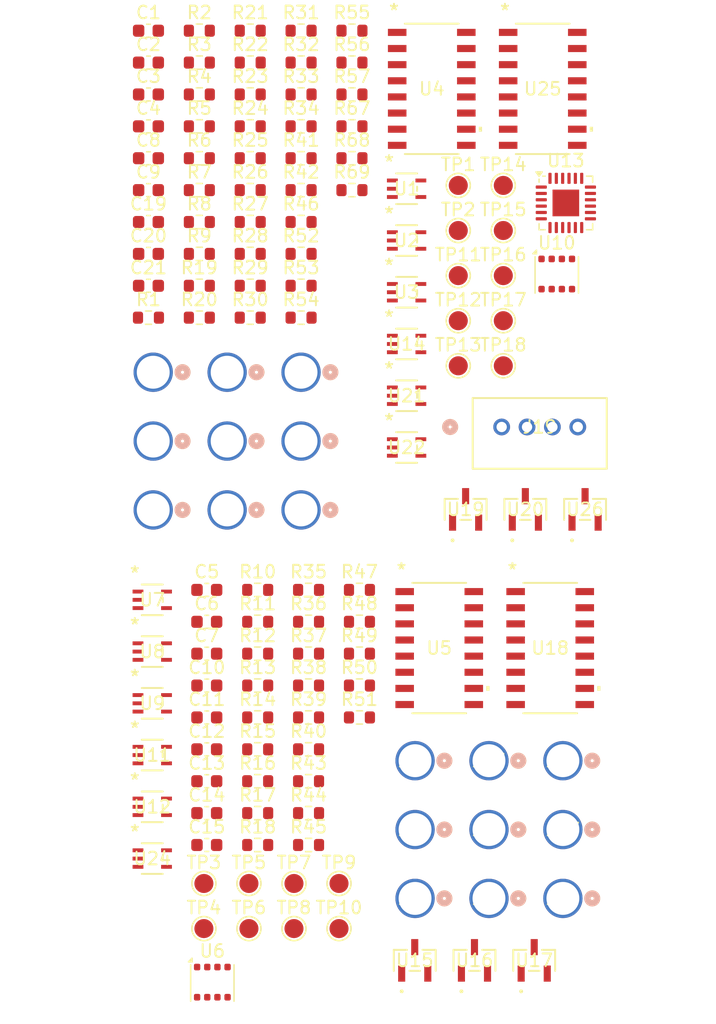
<source format=kicad_pcb>
(kicad_pcb (version 20221018) (generator pcbnew)
  (layers (0 "F.Cu" signal) (31 "B.Cu" signal) (34 "B.Paste" user) (35 "F.Paste" user) (36 "B.SilkS" user "B.Silkscreen") (37 "F.SilkS" user "F.Silkscreen") (38 "B.Mask" user) (39 "F.Mask" user) (44 "Edge.Cuts" user))
  (net 0 "")
  (net 1 "Net-(C1-Pad1)")
  (net 2 "Count1_CO")
  (net 3 "Net-(C2-Pad1)")
  (net 4 "Count1_SO2")
  (net 5 "AOut1_NO2")
  (net 6 "Net-(U14--IN)")
  (net 7 "Net-(U25-VIN2N)")
  (net 8 "Net-(U25-VIN2P)")
  (net 9 "+3.3V")
  (net 10 "GND")
  (net 11 "AOut2_NO2")
  (net 12 "Net-(U24--IN)")
  (net 13 "AOut2_CO")
  (net 14 "Net-(U7--IN)")
  (net 15 "AOut2_SO2")
  (net 16 "Net-(U8--IN)")
  (net 17 "Net-(C12-Pad1)")
  (net 18 "Count2_NO2")
  (net 19 "Net-(C13-Pad1)")
  (net 20 "Count2_CO")
  (net 21 "Net-(C14-Pad1)")
  (net 22 "Count2_SO2")
  (net 23 "Net-(U5-VIN2N)")
  (net 24 "Net-(U5-VIN2P)")
  (net 25 "AOut1_CO")
  (net 26 "Net-(U21--IN)")
  (net 27 "Net-(C20-Pad1)")
  (net 28 "Count1_NO2")
  (net 29 "AOut1_SO2")
  (net 30 "Net-(U22--IN)")
  (net 31 "MUX_SDA")
  (net 32 "MUX_SCL")
  (net 33 "Net-(U2-+IN)")
  (net 34 "Net-(U2--IN)")
  (net 35 "Ref1_CO")
  (net 36 "Net-(U3-+IN)")
  (net 37 "Net-(U3--IN)")
  (net 38 "Ref1_SO2")
  (net 39 "Net-(U14-+IN)")
  (net 40 "Sens1_NO2")
  (net 41 "Sens2_NO2")
  (net 42 "Sens2_CO")
  (net 43 "Sens2_SO2")
  (net 44 "Net-(U24-+IN)")
  (net 45 "Net-(U7-+IN)")
  (net 46 "Net-(U8-+IN)")
  (net 47 "680_SDA2")
  (net 48 "680_SCL2")
  (net 49 "680_SDA1")
  (net 50 "680_SCL1")
  (net 51 "ADC1_SCL")
  (net 52 "Net-(U13-SC0)")
  (net 53 "ADC1_SDA")
  (net 54 "Net-(U13-SD0)")
  (net 55 "ADC2_SCL")
  (net 56 "Net-(U13-SC1)")
  (net 57 "ADC2_SDA")
  (net 58 "Net-(U13-SD1)")
  (net 59 "Net-(U13-SC2)")
  (net 60 "Net-(U13-SD2)")
  (net 61 "ADC3_SCL")
  (net 62 "Net-(U13-SC3)")
  (net 63 "ADC3_SDA")
  (net 64 "Net-(U13-SD3)")
  (net 65 "ADC4_SCL")
  (net 66 "Net-(U13-SC4)")
  (net 67 "ADC4_SDA")
  (net 68 "Net-(U13-SD4)")
  (net 69 "Net-(U13-SC5)")
  (net 70 "Net-(U13-SD5)")
  (net 71 "Net-(U13-SCL)")
  (net 72 "Net-(U13-SDA)")
  (net 73 "Net-(U9-+IN)")
  (net 74 "Net-(U11-+IN)")
  (net 75 "Net-(U12-+IN)")
  (net 76 "Net-(U9--IN)")
  (net 77 "Net-(U26-G)")
  (net 78 "Net-(U19-G)")
  (net 79 "Net-(U11--IN)")
  (net 80 "Net-(U12--IN)")
  (net 81 "Ref2_NO2")
  (net 82 "Net-(U20-G)")
  (net 83 "Ref2_CO")
  (net 84 "Ref2_SO2")
  (net 85 "Net-(U15-G)")
  (net 86 "Net-(U16-G)")
  (net 87 "Net-(U17-G)")
  (net 88 "Sens1_CO")
  (net 89 "Net-(U21-+IN)")
  (net 90 "Net-(U1-+IN)")
  (net 91 "Net-(U1--IN)")
  (net 92 "Ref1_NO2")
  (net 93 "Sens1_SO2")
  (net 94 "Net-(U22-+IN)")
  (footprint "EChem socket:CONN_0384-0-67-80-23-27-10-0_MIM" (layer "F.Cu") (at 7.7056 38.4792)
    (fp_text reference "J6" (at 0 0 unlocked) (layer "F.SilkS"))
    (fp_text value "9401-0-15-15-23-27-10-0")
    (pad "1" thru_hole circle (at 0 0) (size 3.0988 3.0988) (drill 2.5908) (layers "*.Cu" "*.Mask"))
  )
  (footprint "Resistor_SMD:R_0603_1608Metric" (layer "F.Cu") (at 17.545 10.795)
    (fp_text reference "R68" (at 0 -1.43) (layer "F.SilkS"))
    (fp_text value "10")
    (pad "1" smd roundrect (at -0.825 0) (size 0.8 0.95) (layers "F.Cu" "F.Paste" "F.Mask") (net 94 "Net-(U22-+IN)"))
    (pad "2" smd roundrect (at 0.825 0) (size 0.8 0.95) (layers "F.Cu" "F.Paste" "F.Mask") (net 10 "GND"))
  )
  (footprint "Resistor_SMD:R_0603_1608Metric" (layer "F.Cu") (at 13.535 3.265)
    (fp_text reference "R32" (at 0 -1.43) (layer "F.SilkS"))
    (fp_text value "4.7k")
    (pad "1" smd roundrect (at -0.825 0) (size 0.8 0.95) (layers "F.Cu" "F.Paste" "F.Mask") (net 47 "680_SDA2"))
    (pad "2" smd roundrect (at 0.825 0) (size 0.8 0.95) (layers "F.Cu" "F.Paste" "F.Mask") (net 70 "Net-(U13-SD5)"))
  )
  (footprint "OPA396DCKT:SC_96DCKT_TEX" (layer "F.Cu") (at 1.8034 45.5567)
    (fp_text reference "U7" (at 0 0 unlocked) (layer "F.SilkS"))
    (fp_text value "OPA396DCKT")
    (fp_text user "*" (at -1.37795 -2.097786 unlocked) (layer "F.SilkS"))
    (fp_text user "*" (at -1.37795 -2.097786) (layer "F.SilkS"))
    (pad "1" smd rect (at -1.12395 -0.649986) (size 0.8509 0.3048) (layers "F.Cu" "F.Paste" "F.Mask") (net 45 "Net-(U7-+IN)"))
    (pad "2" smd rect (at -1.12395 0) (size 0.8509 0.3048) (layers "F.Cu" "F.Paste" "F.Mask") (net 9 "+3.3V"))
    (pad "3" smd rect (at -1.12395 0.649986) (size 0.8509 0.3048) (layers "F.Cu" "F.Paste" "F.Mask") (net 14 "Net-(U7--IN)"))
    (pad "4" smd rect (at 1.12395 0.649999) (size 0.8509 0.3048) (layers "F.Cu" "F.Paste" "F.Mask") (net 13 "AOut2_CO"))
    (pad "5" smd rect (at 1.12395 -0.649999) (size 0.8509 0.3048) (layers "F.Cu" "F.Paste" "F.Mask") (net 10 "GND"))
  )
  (footprint "OPA396DCKT:SC_96DCKT_TEX" (layer "F.Cu") (at 1.8034 53.7035)
    (fp_text reference "U9" (at 0 0 unlocked) (layer "F.SilkS"))
    (fp_text value "OPA396DCKT")
    (fp_text user "*" (at -1.37795 -2.097786) (layer "F.SilkS"))
    (fp_text user "*" (at -1.37795 -2.097786 unlocked) (layer "F.SilkS"))
    (pad "1" smd rect (at -1.12395 -0.649986) (size 0.8509 0.3048) (layers "F.Cu" "F.Paste" "F.Mask") (net 73 "Net-(U9-+IN)"))
    (pad "2" smd rect (at -1.12395 0) (size 0.8509 0.3048) (layers "F.Cu" "F.Paste" "F.Mask") (net 9 "+3.3V"))
    (pad "3" smd rect (at -1.12395 0.649986) (size 0.8509 0.3048) (layers "F.Cu" "F.Paste" "F.Mask") (net 76 "Net-(U9--IN)"))
    (pad "4" smd rect (at 1.12395 0.649999) (size 0.8509 0.3048) (layers "F.Cu" "F.Paste" "F.Mask") (net 18 "Count2_NO2"))
    (pad "5" smd rect (at 1.12395 -0.649999) (size 0.8509 0.3048) (layers "F.Cu" "F.Paste" "F.Mask") (net 10 "GND"))
  )
  (footprint "Resistor_SMD:R_0603_1608Metric" (layer "F.Cu") (at 13.535 13.305)
    (fp_text reference "R42" (at 0 -1.43) (layer "F.SilkS"))
    (fp_text value "1M")
    (pad "1" smd roundrect (at -0.825 0) (size 0.8 0.95) (layers "F.Cu" "F.Paste" "F.Mask") (net 78 "Net-(U19-G)"))
    (pad "2" smd roundrect (at 0.825 0) (size 0.8 0.95) (layers "F.Cu" "F.Paste" "F.Mask") (net 9 "+3.3V"))
  )
  (footprint "EChem socket:CONN_0384-0-67-80-23-27-10-0_MIM" (layer "F.Cu") (at 7.7056 33.0596)
    (fp_text reference "J5" (at 0 0 unlocked) (layer "F.SilkS"))
    (fp_text value "9401-0-15-15-23-27-10-0")
    (pad "1" thru_hole circle (at 0 0) (size 3.0988 3.0988) (drill 2.5908) (layers "*.Cu" "*.Mask"))
  )
  (footprint "Resistor_SMD:R_0603_1608Metric" (layer "F.Cu") (at 14.125 62.345)
    (fp_text reference "R44" (at 0 -1.43) (layer "F.SilkS"))
    (fp_text value "10k")
    (pad "1" smd roundrect (at -0.825 0) (size 0.8 0.95) (layers "F.Cu" "F.Paste" "F.Mask") (net 21 "Net-(C14-Pad1)"))
    (pad "2" smd roundrect (at 0.825 0) (size 0.8 0.95) (layers "F.Cu" "F.Paste" "F.Mask") (net 80 "Net-(U12--IN)"))
  )
  (footprint "Resistor_SMD:R_0603_1608Metric" (layer "F.Cu") (at 5.515 5.775)
    (fp_text reference "R4" (at 0 -1.43) (layer "F.SilkS"))
    (fp_text value "10k")
    (pad "1" smd roundrect (at -0.825 0) (size 0.8 0.95) (layers "F.Cu" "F.Paste" "F.Mask") (net 36 "Net-(U3-+IN)"))
    (pad "2" smd roundrect (at 0.825 0) (size 0.8 0.95) (layers "F.Cu" "F.Paste" "F.Mask") (net 10 "GND"))
  )
  (footprint "Resistor_SMD:R_0603_1608Metric" (layer "F.Cu") (at 18.135 49.795)
    (fp_text reference "R49" (at 0 -1.43) (layer "F.SilkS"))
    (fp_text value "1M")
    (pad "1" smd roundrect (at -0.825 0) (size 0.8 0.95) (layers "F.Cu" "F.Paste" "F.Mask") (net 85 "Net-(U15-G)"))
    (pad "2" smd roundrect (at 0.825 0) (size 0.8 0.95) (layers "F.Cu" "F.Paste" "F.Mask") (net 9 "+3.3V"))
  )
  (footprint "MMBFJ177LT1G:SOT-23-3_1P4X3P040_ONS" (layer "F.Cu") (at 22.4942 73.9366)
    (fp_text reference "U15" (at 0 0 unlocked) (layer "F.SilkS"))
    (fp_text value "MMBFJ177LT1")
    (pad "1" smd rect (at -1.0287 1.0414) (size 0.5588 1.27) (layers "F.Cu" "F.Paste" "F.Mask") (net 81 "Ref2_NO2"))
    (pad "2" smd rect (at 1.0287 1.0414) (size 0.5588 1.27) (layers "F.Cu" "F.Paste" "F.Mask") (net 41 "Sens2_NO2"))
    (pad "3" smd rect (at 0 -1.0414) (size 0.5588 1.27) (layers "F.Cu" "F.Paste" "F.Mask") (net 85 "Net-(U15-G)"))
  )
  (footprint "Capacitor_SMD:C_0603_1608Metric" (layer "F.Cu") (at 1.505 5.775)
    (fp_text reference "C3" (at 0 -1.43) (layer "F.SilkS"))
    (fp_text value "100nF")
    (pad "1" smd roundrect (at -0.775 0) (size 0.9 0.95) (layers "F.Cu" "F.Paste" "F.Mask") (net 5 "AOut1_NO2"))
    (pad "2" smd roundrect (at 0.775 0) (size 0.9 0.95) (layers "F.Cu" "F.Paste" "F.Mask") (net 6 "Net-(U14--IN)"))
  )
  (footprint "Capacitor_SMD:C_0603_1608Metric" (layer "F.Cu") (at 6.105 59.835)
    (fp_text reference "C13" (at 0 -1.43) (layer "F.SilkS"))
    (fp_text value "100nF")
    (pad "1" smd roundrect (at -0.775 0) (size 0.9 0.95) (layers "F.Cu" "F.Paste" "F.Mask") (net 19 "Net-(C13-Pad1)"))
    (pad "2" smd roundrect (at 0.775 0) (size 0.9 0.95) (layers "F.Cu" "F.Paste" "F.Mask") (net 20 "Count2_CO"))
  )
  (footprint "Resistor_SMD:R_0603_1608Metric" (layer "F.Cu") (at 18.135 44.775)
    (fp_text reference "R47" (at 0 -1.43) (layer "F.SilkS"))
    (fp_text value "10k")
    (pad "1" smd roundrect (at -0.825 0) (size 0.8 0.95) (layers "F.Cu" "F.Paste" "F.Mask") (net 83 "Ref2_CO"))
    (pad "2" smd roundrect (at 0.825 0) (size 0.8 0.95) (layers "F.Cu" "F.Paste" "F.Mask") (net 19 "Net-(C13-Pad1)"))
  )
  (footprint "Resistor_SMD:R_0603_1608Metric" (layer "F.Cu") (at 10.115 52.305)
    (fp_text reference "R13" (at 0 -1.43) (layer "F.SilkS"))
    (fp_text value "10")
    (pad "1" smd roundrect (at -0.825 0) (size 0.8 0.95) (layers "F.Cu" "F.Paste" "F.Mask") (net 44 "Net-(U24-+IN)"))
    (pad "2" smd roundrect (at 0.825 0) (size 0.8 0.95) (layers "F.Cu" "F.Paste" "F.Mask") (net 10 "GND"))
  )
  (footprint "Capacitor_SMD:C_0603_1608Metric" (layer "F.Cu") (at 6.105 49.795)
    (fp_text reference "C7" (at 0 -1.43) (layer "F.SilkS"))
    (fp_text value "100nF")
    (pad "1" smd roundrect (at -0.775 0) (size 0.9 0.95) (layers "F.Cu" "F.Paste" "F.Mask") (net 11 "AOut2_NO2"))
    (pad "2" smd roundrect (at 0.775 0) (size 0.9 0.95) (layers "F.Cu" "F.Paste" "F.Mask") (net 12 "Net-(U24--IN)"))
  )
  (footprint "Resistor_SMD:R_0603_1608Metric" (layer "F.Cu") (at 5.515 3.265)
    (fp_text reference "R3" (at 0 -1.43) (layer "F.SilkS"))
    (fp_text value "10k")
    (pad "1" smd roundrect (at -0.825 0) (size 0.8 0.95) (layers "F.Cu" "F.Paste" "F.Mask") (net 35 "Ref1_CO"))
    (pad "2" smd roundrect (at 0.825 0) (size 0.8 0.95) (layers "F.Cu" "F.Paste" "F.Mask") (net 1 "Net-(C1-Pad1)"))
  )
  (footprint "Capacitor_SMD:C_0603_1608Metric" (layer "F.Cu") (at 6.105 44.775)
    (fp_text reference "C5" (at 0 -1.43) (layer "F.SilkS"))
    (fp_text value "100nF")
    (pad "1" smd roundrect (at -0.775 0) (size 0.9 0.95) (layers "F.Cu" "F.Paste" "F.Mask") (net 9 "+3.3V"))
    (pad "2" smd roundrect (at 0.775 0) (size 0.9 0.95) (layers "F.Cu" "F.Paste" "F.Mask") (net 10 "GND"))
  )
  (footprint "EChem socket:CONN_0384-0-67-80-23-27-10-0_MIM" (layer "F.Cu") (at 34.1716 58.22)
    (fp_text reference "J16" (at 0 0 unlocked) (layer "F.SilkS"))
    (fp_text value "9401-0-15-15-23-27-10-0")
    (pad "1" thru_hole circle (at 0 0) (size 3.0988 3.0988) (drill 2.5908) (layers "*.Cu" "*.Mask"))
  )
  (footprint "EChem socket:CONN_0384-0-67-80-23-27-10-0_MIM" (layer "F.Cu") (at 13.5316 27.64)
    (fp_text reference "J7" (at 0 0 unlocked) (layer "F.SilkS"))
    (fp_text value "9401-0-15-15-23-27-10-0")
    (pad "1" thru_hole circle (at 0 0) (size 3.0988 3.0988) (drill 2.5908) (layers "*.Cu" "*.Mask"))
  )
  (footprint "Resistor_SMD:R_0603_1608Metric" (layer "F.Cu") (at 14.125 47.285)
    (fp_text reference "R36" (at 0 -1.43) (layer "F.SilkS"))
    (fp_text value "10k")
    (pad "1" smd roundrect (at -0.825 0) (size 0.8 0.95) (layers "F.Cu" "F.Paste" "F.Mask") (net 15 "AOut2_SO2"))
    (pad "2" smd roundrect (at 0.825 0) (size 0.8 0.95) (layers "F.Cu" "F.Paste" "F.Mask") (net 16 "Net-(U8--IN)"))
  )
  (footprint "Resistor_SMD:R_0603_1608Metric" (layer "F.Cu") (at 14.125 54.815)
    (fp_text reference "R39" (at 0 -1.43) (layer "F.SilkS"))
    (fp_text value "10k")
    (pad "1" smd roundrect (at -0.825 0) (size 0.8 0.95) (layers "F.Cu" "F.Paste" "F.Mask") (net 75 "Net-(U12-+IN)"))
    (pad "2" smd roundrect (at 0.825 0) (size 0.8 0.95) (layers "F.Cu" "F.Paste" "F.Mask") (net 10 "GND"))
  )
  (footprint "Resistor_SMD:R_0603_1608Metric" (layer "F.Cu") (at 18.135 52.305)
    (fp_text reference "R50" (at 0 -1.43) (layer "F.SilkS"))
    (fp_text value "1M")
    (pad "1" smd roundrect (at -0.825 0) (size 0.8 0.95) (layers "F.Cu" "F.Paste" "F.Mask") (net 86 "Net-(U16-G)"))
    (pad "2" smd roundrect (at 0.825 0) (size 0.8 0.95) (layers "F.Cu" "F.Paste" "F.Mask") (net 9 "+3.3V"))
  )
  (footprint "Resistor_SMD:R_0603_1608Metric" (layer "F.Cu") (at 9.525 20.835)
    (fp_text reference "R29" (at 0 -1.43) (layer "F.SilkS"))
    (fp_text value "4.7k")
    (pad "1" smd roundrect (at -0.825 0) (size 0.8 0.95) (layers "F.Cu" "F.Paste" "F.Mask") (net 65 "ADC4_SCL"))
    (pad "2" smd roundrect (at 0.825 0) (size 0.8 0.95) (layers "F.Cu" "F.Paste" "F.Mask") (net 66 "Net-(U13-SC4)"))
  )
  (footprint "EChem socket:CONN_0384-0-67-80-23-27-10-0_MIM" (layer "F.Cu") (at 34.1716 69.0592)
    (fp_text reference "J18" (at 0 0 unlocked) (layer "F.SilkS"))
    (fp_text value "9401-0-15-15-23-27-10-0")
    (pad "1" thru_hole circle (at 0 0) (size 3.0988 3.0988) (drill 2.5908) (layers "*.Cu" "*.Mask"))
  )
  (footprint "Resistor_SMD:R_0603_1608Metric" (layer "F.Cu") (at 14.125 59.835)
    (fp_text reference "R43" (at 0 -1.43) (layer "F.SilkS"))
    (fp_text value "10k")
    (pad "1" smd roundrect (at -0.825 0) (size 0.8 0.95) (layers "F.Cu" "F.Paste" "F.Mask") (net 19 "Net-(C13-Pad1)"))
    (pad "2" smd roundrect (at 0.825 0) (size 0.8 0.95) (layers "F.Cu" "F.Paste" "F.Mask") (net 79 "Net-(U11--IN)"))
  )
  (footprint "I2C Connector:CONN_110990030_SEE" (layer "F.Cu") (at 29.346201 31.95)
    (fp_text reference "J19" (at 2.999999 0 unlocked) (layer "F.SilkS"))
    (fp_text value "110990030")
    (pad "1" thru_hole circle (at 0 0) (size 1.3208 1.3208) (drill 0.8128) (layers "*.Cu" "*.Mask") (net 10 "GND"))
    (pad "2" thru_hole circle (at 1.999999 0) (size 1.3208 1.3208) (drill 0.8128) (layers "*.Cu" "*.Mask") (net 31 "MUX_SDA"))
    (pad "3" thru_hole circle (at 4 0) (size 1.3208 1.3208) (drill 0.8128) (layers "*.Cu" "*.Mask") (net 32 "MUX_SCL"))
    (pad "4" thru_hole circle (at 5.999998 0) (size 1.3208 1.3208) (drill 0.8128) (layers "*.Cu" "*.Mask") (net 9 "+3.3V"))
  )
  (footprint "Resistor_SMD:R_0603_1608Metric" (layer "F.Cu") (at 9.525 15.815)
    (fp_text reference "R27" (at 0 -1.43) (layer "F.SilkS"))
    (fp_text value "4.7k")
    (pad "1" smd roundrect (at -0.825 0) (size 0.8 0.95) (layers "F.Cu" "F.Paste" "F.Mask") (net 61 "ADC3_SCL"))
    (pad "2" smd roundrect (at 0.825 0) (size 0.8 0.95) (layers "F.Cu" "F.Paste" "F.Mask") (net 62 "Net-(U13-SC3)"))
  )
  (footprint "Resistor_SMD:R_0603_1608Metric" (layer "F.Cu") (at 5.515 0.755)
    (fp_text reference "R2" (at 0 -1.43) (layer "F.SilkS"))
    (fp_text value "10k")
    (pad "1" smd roundrect (at -0.825 0) (size 0.8 0.95) (layers "F.Cu" "F.Paste" "F.Mask") (net 1 "Net-(C1-Pad1)"))
    (pad "2" smd roundrect (at 0.825 0) (size 0.8 0.95) (layers "F.Cu" "F.Paste" "F.Mask") (net 34 "Net-(U2--IN)"))
  )
  (footprint "Resistor_SMD:R_0603_1608Metric" (layer "F.Cu") (at 13.535 0.755)
    (fp_text reference "R31" (at 0 -1.43) (layer "F.SilkS"))
    (fp_text value "4.7k")
    (pad "1" smd roundrect (at -0.825 0) (size 0.8 0.95) (layers "F.Cu" "F.Paste" "F.Mask") (net 48 "680_SCL2"))
    (pad "2" smd roundrect (at 0.825 0) (size 0.8 0.95) (layers "F.Cu" "F.Paste" "F.Mask") (net 69 "Net-(U13-SC5)"))
  )
  (footprint "Resistor_SMD:R_0603_1608Metric" (layer "F.Cu") (at 9.525 5.775)
    (fp_text reference "R23" (at 0 -1.43) (layer "F.SilkS"))
    (fp_text value "4.7k")
    (pad "1" smd roundrect (at -0.825 0) (size 0.8 0.95) (layers "F.Cu" "F.Paste" "F.Mask") (net 55 "ADC2_SCL"))
    (pad "2" smd roundrect (at 0.825 0) (size 0.8 0.95) (layers "F.Cu" "F.Paste" "F.Mask") (net 56 "Net-(U13-SC1)"))
  )
  (footprint "Capacitor_SMD:C_0603_1608Metric" (layer "F.Cu") (at 6.105 64.855)
    (fp_text reference "C15" (at 0 -1.43) (layer "F.SilkS"))
    (fp_text value "330pF")
    (pad "1" smd roundrect (at -0.775 0) (size 0.9 0.95) (layers "F.Cu" "F.Paste" "F.Mask") (net 23 "Net-(U5-VIN2N)"))
    (pad "2" smd roundrect (at 0.775 0) (size 0.9 0.95) (layers "F.Cu" "F.Paste" "F.Mask") (net 24 "Net-(U5-VIN2P)"))
  )
  (footprint "Resistor_SMD:R_0603_1608Metric" (layer "F.Cu") (at 18.135 54.815)
    (fp_text reference "R51" (at 0 -1.43) (layer "F.SilkS"))
    (fp_text value "1M")
    (pad "1" smd roundrect (at -0.825 0) (size 0.8 0.95) (layers "F.Cu" "F.Paste" "F.Mask") (net 87 "Net-(U17-G)"))
    (pad "2" smd roundrect (at 0.825 0) (size 0.8 0.95) (layers "F.Cu" "F.Paste" "F.Mask") (net 9 "+3.3V"))
  )
  (footprint "Resistor_SMD:R_0603_1608Metric" (layer "F.Cu") (at 13.535 20.835)
    (fp_text reference "R53" (at 0 -1.43) (layer "F.SilkS"))
    (fp_text value "10")
    (pad "1" smd roundrect (at -0.825 0) (size 0.8 0.95) (layers "F.Cu" "F.Paste" "F.Mask") (net 89 "Net-(U21-+IN)"))
    (pad "2" smd roundrect (at 0.825 0) (size 0.8 0.95) (layers "F.Cu" "F.Paste" "F.Mask") (net 10 "GND"))
  )
  (footprint "Resistor_SMD:R_0603_1608Metric" (layer "F.Cu") (at 13.535 18.325)
    (fp_text reference "R52" (at 0 -1.43) (layer "F.SilkS"))
    (fp_text value "10")
    (pad "1" smd roundrect (at -0.825 0) (size 0.8 0.95) (layers "F.Cu" "F.Paste" "F.Mask") (net 26 "Net-(U21--IN)"))
    (pad "2" smd roundrect (at 0.825 0) (size 0.8 0.95) (layers "F.Cu" "F.Paste" "F.Mask") (net 88 "Sens1_CO"))
  )
  (footprint "Capacitor_SMD:C_0603_1608Metric" (layer "F.Cu") (at 1.505 13.305)
    (fp_text reference "C9" (at 0 -1.43) (layer "F.SilkS"))
    (fp_text value "100nF")
    (pad "1" smd roundrect (at -0.775 0) (size 0.9 0.95) (layers "F.Cu" "F.Paste" "F.Mask") (net 9 "+3.3V"))
    (pad "2" smd roundrect (at 0.775 0) (size 0.9 0.95) (layers "F.Cu" "F.Paste" "F.Mask") (net 10 "GND"))
  )
  (footprint "OPA396DCKT:SC_96DCKT_TEX" (layer "F.Cu") (at 21.8534 13.1967)
    (fp_text reference "U1" (at 0 0 unlocked) (layer "F.SilkS"))
    (fp_text value "OPA396DCKT")
    (fp_text user "*" (at -1.37795 -2.097786 unlocked) (layer "F.SilkS"))
    (fp_text user "*" (at -1.37795 -2.097786) (layer "F.SilkS"))
    (pad "1" smd rect (at -1.12395 -0.649986) (size 0.8509 0.3048) (layers "F.Cu" "F.Paste" "F.Mask") (net 90 "Net-(U1-+IN)"))
    (pad "2" smd rect (at -1.12395 0) (size 0.8509 0.3048) (layers "F.Cu" "F.Paste" "F.Mask") (net 9 "+3.3V"))
    (pad "3" smd rect (at -1.12395 0.649986) (size 0.8509 0.3048) (layers "F.Cu" "F.Paste" "F.Mask") (net 91 "Net-(U1--IN)"))
    (pad "4" smd rect (at 1.12395 0.649999) (size 0.8509 0.3048) (layers "F.Cu" "F.Paste" "F.Mask") (net 28 "Count1_NO2"))
    (pad "5" smd rect (at 1.12395 -0.649999) (size 0.8509 0.3048) (layers "F.Cu" "F.Paste" "F.Mask") (net 10 "GND"))
  )
  (footprint "OPA396DCKT:SC_96DCKT_TEX" (layer "F.Cu") (at 21.8534 25.4169)
    (fp_text reference "U14" (at 0 0 unlocked) (layer "F.SilkS"))
    (fp_text value "OPA396DCKT")
    (fp_text user "*" (at -1.37795 -2.097786) (layer "F.SilkS"))
    (fp_text user "*" (at -1.37795 -2.097786 unlocked) (layer "F.SilkS"))
    (pad "1" smd rect (at -1.12395 -0.649986) (size 0.8509 0.3048) (layers "F.Cu" "F.Paste" "F.Mask") (net 39 "Net-(U14-+IN)"))
    (pad "2" smd rect (at -1.12395 0) (size 0.8509 0.3048) (layers "F.Cu" "F.Paste" "F.Mask") (net 9 "+3.3V"))
    (pad "3" smd rect (at -1.12395 0.649986) (size 0.8509 0.3048) (layers "F.Cu" "F.Paste" "F.Mask") (net 6 "Net-(U14--IN)"))
    (pad "4" smd rect (at 1.12395 0.649999) (size 0.8509 0.3048) (layers "F.Cu" "F.Paste" "F.Mask") (net 5 "AOut1_NO2"))
    (pad "5" smd rect (at 1.12395 -0.649999) (size 0.8509 0.3048) (layers "F.Cu" "F.Paste" "F.Mask") (net 10 "GND"))
  )
  (footprint "Resistor_SMD:R_0603_1608Metric" (layer "F.Cu") (at 14.125 57.325)
    (fp_text reference "R40" (at 0 -1.43) (layer "F.SilkS"))
    (fp_text value "10k")
    (pad "1" smd roundrect (at -0.825 0) (size 0.8 0.95) (layers "F.Cu" "F.Paste" "F.Mask") (net 17 "Net-(C12-Pad1)"))
    (pad "2" smd roundrect (at 0.825 0) (size 0.8 0.95) (layers "F.Cu" "F.Paste" "F.Mask") (net 76 "Net-(U9--IN)"))
  )
  (footprint "OPA396DCKT:SC_96DCKT_TEX" (layer "F.Cu") (at 21.8534 21.3435)
    (fp_text reference "U3" (at 0 0 unlocked) (layer "F.SilkS"))
    (fp_text value "OPA396DCKT")
    (fp_text user "*" (at -1.37795 -2.097786) (layer "F.SilkS"))
    (fp_text user "*" (at -1.37795 -2.097786 unlocked) (layer "F.SilkS"))
    (pad "1" smd rect (at -1.12395 -0.649986) (size 0.8509 0.3048) (layers "F.Cu" "F.Paste" "F.Mask") (net 36 "Net-(U3-+IN)"))
    (pad "2" smd rect (at -1.12395 0) (size 0.8509 0.3048) (layers "F.Cu" "F.Paste" "F.Mask") (net 9 "+3.3V"))
    (pad "3" smd rect (at -1.12395 0.649986) (size 0.8509 0.3048) (layers "F.Cu" "F.Paste" "F.Mask") (net 37 "Net-(U3--IN)"))
    (pad "4" smd rect (at 1.12395 0.649999) (size 0.8509 0.3048) (layers "F.Cu" "F.Paste" "F.Mask") (net 4 "Count1_SO2"))
    (pad "5" smd rect (at 1.12395 -0.649999) (size 0.8509 0.3048) (layers "F.Cu" "F.Paste" "F.Mask") (net 10 "GND"))
  )
  (footprint "Resistor_SMD:R_0603_1608Metric" (layer "F.Cu") (at 17.545 8.285)
    (fp_text reference "R67" (at 0 -1.43) (layer "F.SilkS"))
    (fp_text value "10")
    (pad "1" smd roundrect (at -0.825 0) (size 0.8 0.95) (layers "F.Cu" "F.Paste" "F.Mask") (net 30 "Net-(U22--IN)"))
    (pad "2" smd roundrect (at 0.825 0) (size 0.8 0.95) (layers "F.Cu" "F.Paste" "F.Mask") (net 93 "Sens1_SO2"))
  )
  (footprint "Resistor_SMD:R_0603_1608Metric" (layer "F.Cu") (at 10.115 64.855)
    (fp_text reference "R18" (at 0 -1.43) (layer "F.SilkS"))
    (fp_text value "10k")
    (pad "1" smd roundrect (at -0.825 0) (size 0.8 0.95) (layers "F.Cu" "F.Paste" "F.Mask") (net 11 "AOut2_NO2"))
    (pad "2" smd roundrect (at 0.825 0) (size 0.8 0.95) (layers "F.Cu" "F.Paste" "F.Mask") (net 12 "Net-(U24--IN)"))
  )
  (footprint "Resistor_SMD:R_0603_1608Metric" (layer "F.Cu") (at 5.515 8.285)
    (fp_text reference "R5" (at 0 -1.43) (layer "F.SilkS"))
    (fp_text value "10k")
    (pad "1" smd roundrect (at -0.825 0) (size 0.8 0.95) (layers "F.Cu" "F.Paste" "F.Mask") (net 3 "Net-(C2-Pad1)"))
    (pad "2" smd roundrect (at 0.825 0) (size 0.8 0.95) (layers "F.Cu" "F.Paste" "F.Mask") (net 37 "Net-(U3--IN)"))
  )
  (footprint "EChem socket:CONN_0384-0-67-80-23-27-10-0_MIM" (layer "F.Cu") (at 1.8796 27.64)
    (fp_text reference "J1" (at 0 0 unlocked) (layer "F.SilkS"))
    (fp_text value "9401-0-15-15-23-27-10-0")
    (pad "1" thru_hole circle (at 0 0) (size 3.0988 3.0988) (drill 2.5908) (layers "*.Cu" "*.Mask"))
  )
  (footprint "Resistor_SMD:R_0603_1608Metric" (layer "F.Cu") (at 10.115 62.345)
    (fp_text reference "R17" (at 0 -1.43) (layer "F.SilkS"))
    (fp_text value "4.7k")
    (pad "1" smd roundrect (at -0.825 0) (size 0.8 0.95) (layers "F.Cu" "F.Paste" "F.Mask") (net 48 "680_SCL2"))
    (pad "2" smd roundrect (at 0.825 0) (size 0.8 0.95) (layers "F.Cu" "F.Paste" "F.Mask") (net 9 "+3.3V"))
  )
  (footprint "TestPoint:TestPoint_Pad_D1.5mm" (layer "F.Cu") (at 16.525 67.885)
    (fp_text reference "TP9" (at 0 -1.648) (layer "F.SilkS"))
    (fp_text value "TestPoint")
    (pad "1" smd circle (at 0 0) (size 1.5 1.5) (layers "F.Cu" "F.Mask") (net 67 "ADC4_SDA"))
  )
  (footprint "Package_DFN_QFN:Texas_RGE0024C_VQFN-24-1EP_4x4mm_P0.5mm_EP2.1x2.1mm" (layer "F.Cu") (at 34.405 14.315)
    (fp_text reference "U13" (at 0 -3.33) (layer "F.SilkS"))
    (fp_text value "TCA9548AMRGER")
    (pad "1" smd roundrect (at -1.9375 -1.25) (size 0.875 0.25) (layers "F.Cu" "F.Paste" "F.Mask") (net 54 "Net-(U13-SD0)"))
    (pad "2" smd roundrect (at -1.9375 -0.75) (size 0.875 0.25) (layers "F.Cu" "F.Paste" "F.Mask") (net 52 "Net-(U13-SC0)"))
    (pad "3" smd roundrect (at -1.9375 -0.25) (size 0.875 0.25) (layers "F.Cu" "F.Paste" "F.Mask") (net 58 "Net-(U13-SD1)"))
    (pad "4" smd roundrect (at -1.9375 0.25) (size 0.875 0.25) (layers "F.Cu" "F.Paste" "F.Mask") (net 56 "Net-(U13-SC1)"))
    (pad "5" smd roundrect (at -1.9375 0.75) (size 0.875 0.25) (layers "F.Cu" "F.Paste" "F.Mask") (net 60 "Net-(U13-SD2)"))
    (pad "6" smd roundrect (at -1.9375 1.25) (size 0.875 0.25) (layers "F.Cu" "F.Paste" "F.Mask") (net 59 "Net-(U13-SC2)"))
    (pad "7" smd roundrect (at -1.25 1.9375) (size 0.25 0.875) (layers "F.Cu" "F.Paste" "F.Mask") (net 64 "Net-(U13-SD3)"))
    (pad "8" smd roundrect (at -0.75 1.9375) (size 0.25 0.875) (layers "F.Cu" "F.Paste" "F.Mask") (net 62 "Net-(U13-SC3)"))
    (pad "9" smd roundrect (at -0.25 1.9375) (size 0.25 0.875) (layers "F.Cu" "F.Paste" "F.Mask") (net 10 "GND"))
    (pad "10" smd roundrect (at 0.25 1.9375) (size 0.25 0.875) (layers "F.Cu" "F.Paste" "F.Mask") (net 68 "Net-(U13-SD4)"))
    (pad "11" smd roundrect (at 0.75 1.9375) (size 0.25 0.875) (layers "F.Cu" "F.Paste" "F.Mask") (net 66 "Net-(U13-SC4)"))
    (pad "12" smd roundrect (at 1.25 1.9375) (size 0.25 0.875) (layers "F.Cu" "F.Paste" "F.Mask") (net 70 "Net-(U13-SD5)"))
    (pad "13" smd roundrect (at 1.9375 1.25) (size 0.875 0.25) (layers "F.Cu" "F.Paste" "F.Mask") (net 69 "Net-(U13-SC5)"))
    (pad "14" smd roundrect (at 1.9375 0.75) (size 0.875 0.25) (layers "F.Cu" "F.Paste" "F.Mask"))
    (pad "15" smd roundrect (at 1.9375 0.25) (size 0.875 0.25) (layers "F.Cu" "F.Paste" "F.Mask"))
    (pad "16" smd roundrect (at 1.9375 -0.25) (size 0.875 0.25) (layers "F.Cu" "F.Paste" "F.Mask"))
    (pad "17" smd roundrect (at 1.9375 -0.75) (size 0.875 0.25) (layers "F.Cu" "F.Paste" "F.Mask"))
    (pad "18" smd roundrect (at 1.9375 -1.25) (size 0.875 0.25) (layers "F.Cu" "F.Paste" "F.Mask") (net 10 "GND"))
    (pad "19" smd roundrect (at 1.25 -1.9375) (size 0.25 0.875) (layers "F.Cu" "F.Paste" "F.Mask") (net 71 "Net-(U13-SCL)"))
    (pad "20" smd roundrect (at 0.75 -1.9375) (size 0.25 0.875) (layers "F.Cu" "F.Paste" "F.Mask") (net 72 "Net-(U13-SDA)"))
    (pad "21" smd roundrect (at 0.25 -1.9375) (size 0.25 0.875) (layers "F.Cu" "F.Paste" "F.Mask") (net 9 "+3.3V"))
    (pad "22" smd roundrect (at -0.25 -1.9375) (size 0.25 0.875) (layers "F.Cu" "F.Paste" "F.Mask") (net 10 "GND"))
    (pad "23" smd roundrect (at -0.75 -1.9375) (size 0.25 0.875) (layers "F.Cu" "F.Paste" "F.Mask") (net 10 "GND"))
    (pad "24" smd roundrect (at -1.25 -1.9375) (size 0.25 0.875) (layers "F.Cu" "F.Paste" "F.Mask") (net 9 "+3.3V"))
    (pad "25" smd rect (at 0 0) (size 2.1 2.1) (property pad_prop_heatsink) (layers "F.Cu" "F.Mask"))
  )
  (footprint "Resistor_SMD:R_0603_1608Metric" (layer "F.Cu") (at 10.115 57.325)
    (fp_text reference "R15" (at 0 -1.43) (layer "F.SilkS"))
    (fp_text value "10")
    (pad "1" smd roundrect (at -0.825 0) (size 0.8 0.95) (layers "F.Cu" "F.Paste" "F.Mask") (net 46 "Net-(U8-+IN)"))
    (pad "2" smd roundrect (at 0.825 0) (size 0.8 0.95) (layers "F.Cu" "F.Paste" "F.Mask") (net 10 "GND"))
  )
  (footprint "OPA396DCKT:SC_96DCKT_TEX" (layer "F.Cu") (at 1.8034 57.7769)
    (fp_text reference "U11" (at 0 0 unlocked) (layer "F.SilkS"))
    (fp_text value "OPA396DCKT")
    (fp_text user "*" (at -1.37795 -2.097786 unlocked) (layer "F.SilkS"))
    (fp_text user "*" (at -1.37795 -2.097786) (layer "F.SilkS"))
    (pad "1" smd rect (at -1.12395 -0.649986) (size 0.8509 0.3048) (layers "F.Cu" "F.Paste" "F.Mask") (net 74 "Net-(U11-+IN)"))
    (pad "2" smd rect (at -1.12395 0) (size 0.8509 0.3048) (layers "F.Cu" "F.Paste" "F.Mask") (net 9 "+3.3V"))
    (pad "3" smd rect (at -1.12395 0.649986) (size 0.8509 0.3048) (layers "F.Cu" "F.Paste" "F.Mask") (net 79 "Net-(U11--IN)"))
    (pad "4" smd rect (at 1.12395 0.649999) (size 0.8509 0.3048) (layers "F.Cu" "F.Paste" "F.Mask") (net 20 "Count2_CO"))
    (pad "5" smd rect (at 1.12395 -0.649999) (size 0.8509 0.3048) (layers "F.Cu" "F.Paste" "F.Mask") (net 10 "GND"))
  )
  (footprint "MMBFJ177LT1G:SOT-23-3_1P4X3P040_ONS" (layer "F.Cu") (at 35.921 38.4366)
    (fp_text reference "U26" (at 0 0 unlocked) (layer "F.SilkS"))
    (fp_text value "MMBFJ177LT1")
    (pad "1" smd rect (at -1.0287 1.0414) (size 0.5588 1.27) (layers "F.Cu" "F.Paste" "F.Mask") (net 92 "Ref1_NO2"))
    (pad "2" smd rect (at 1.0287 1.0414) (size 0.5588 1.27) (layers "F.Cu" "F.Paste" "F.Mask") (net 40 "Sens1_NO2"))
    (pad "3" smd rect (at 0 -1.0414) (size 0.5588 1.27) (layers "F.Cu" "F.Paste" "F.Mask") (net 77 "Net-(U26-G)"))
  )
  (footprint "Capacitor_SMD:C_0603_1608Metric" (layer "F.Cu") (at 1.505 10.795)
    (fp_text reference "C8" (at 0 -1.43) (layer "F.SilkS"))
    (fp_text value "100nF")
    (pad "1" smd roundrect (at -0.775 0) (size 0.9 0.95) (layers "F.Cu" "F.Paste" "F.Mask") (net 10 "GND"))
    (pad "2" smd roundrect (at 0.775 0) (size 0.9 0.95) (layers "F.Cu" "F.Paste" "F.Mask") (net 9 "+3.3V"))
  )
  (footprint "MMBFJ177LT1G:SOT-23-3_1P4X3P040_ONS" (layer "F.Cu") (at 27.2026 73.9366)
    (fp_text reference "U16" (at 0 0 unlocked) (layer "F.SilkS"))
    (fp_text value "MMBFJ177LT1")
    (pad "1" smd rect (at -1.0287 1.0414) (size 0.5588 1.27) (layers "F.Cu" "F.Paste" "F.Mask") (net 83 "Ref2_CO"))
    (pad "2" smd rect (at 1.0287 1.0414) (size 0.5588 1.27) (layers "F.Cu" "F.Paste" "F.Mask") (net 42 "Sens2_CO"))
    (pad "3" smd rect (at 0 -1.0414) (size 0.5588 1.27) (layers "F.Cu" "F.Paste" "F.Mask") (net 86 "Net-(U16-G)"))
  )
  (footprint "Capacitor_SMD:C_0603_1608Metric" (layer "F.Cu") (at 6.105 54.815)
    (fp_text reference "C11" (at 0 -1.43) (layer "F.SilkS"))
    (fp_text value "100nF")
    (pad "1" smd roundrect (at -0.775 0) (size 0.9 0.95) (layers "F.Cu" "F.Paste" "F.Mask") (net 15 "AOut2_SO2"))
    (pad "2" smd roundrect (at 0.775 0) (size 0.9 0.95) (layers "F.Cu" "F.Paste" "F.Mask") (net 16 "Net-(U8--IN)"))
  )
  (footprint "OPA396DCKT:SC_96DCKT_TEX" (layer "F.Cu") (at 21.8534 33.5637)
    (fp_text reference "U22" (at 0 0 unlocked) (layer "F.SilkS"))
    (fp_text value "OPA396DCKT")
    (fp_text user "*" (at -1.37795 -2.097786 unlocked) (layer "F.SilkS"))
    (fp_text user "*" (at -1.37795 -2.097786) (layer "F.SilkS"))
    (pad "1" smd rect (at -1.12395 -0.649986) (size 0.8509 0.3048) (layers "F.Cu" "F.Paste" "F.Mask") (net 94 "Net-(U22-+IN)"))
    (pad "2" smd rect (at -1.12395 0) (size 0.8509 0.3048) (layers "F.Cu" "F.Paste" "F.Mask") (net 9 "+3.3V"))
    (pad "3" smd rect (at -1.12395 0.649986) (size 0.8509 0.3048) (layers "F.Cu" "F.Paste" "F.Mask") (net 30 "Net-(U22--IN)"))
    (pad "4" smd rect (at 1.12395 0.649999) (size 0.8509 0.3048) (layers "F.Cu" "F.Paste" "F.Mask") (net 29 "AOut1_SO2"))
    (pad "5" smd rect (at 1.12395 -0.649999) (size 0.8509 0.3048) (layers "F.Cu" "F.Paste" "F.Mask") (net 10 "GND"))
  )
  (footprint "MMBFJ177LT1G:SOT-23-3_1P4X3P040_ONS" (layer "F.Cu") (at 31.911 73.9366)
    (fp_text reference "U17" (at 0 0 unlocked) (layer "F.SilkS"))
    (fp_text value "MMBFJ177LT1")
    (pad "1" smd rect (at -1.0287 1.0414) (size 0.5588 1.27) (layers "F.Cu" "F.Paste" "F.Mask") (net 84 "Ref2_SO2"))
    (pad "2" smd rect (at 1.0287 1.0414) (size 0.5588 1.27) (layers "F.Cu" "F.Paste" "F.Mask") (net 43 "Sens2_SO2"))
    (pad "3" smd rect (at 0 -1.0414) (size 0.5588 1.27) (layers "F.Cu" "F.Paste" "F.Mask") (net 87 "Net-(U17-G)"))
  )
  (footprint "Resistor_SMD:R_0603_1608Metric" (layer "F.Cu") (at 17.545 13.305)
    (fp_text reference "R69" (at 0 -1.43) (layer "F.SilkS"))
    (fp_text value "10k")
    (pad "1" smd roundrect (at -0.825 0) (size 0.8 0.95) (layers "F.Cu" "F.Paste" "F.Mask") (net 29 "AOut1_SO2"))
    (pad "2" smd roundrect (at 0.825 0) (size 0.8 0.95) (layers "F.Cu" "F.Paste" "F.Mask") (net 30 "Net-(U22--IN)"))
  )
  (footprint "Capacitor_SMD:C_0603_1608Metric" (layer "F.Cu") (at 1.505 20.835)
    (fp_text reference "C21" (at 0 -1.43) (layer "F.SilkS"))
    (fp_text value "100nF")
    (pad "1" smd roundrect (at -0.775 0) (size 0.9 0.95) (layers "F.Cu" "F.Paste" "F.Mask") (net 29 "AOut1_SO2"))
    (pad "2" smd roundrect (at 0.775 0) (size 0.9 0.95) (layers "F.Cu" "F.Paste" "F.Mask") (net 30 "Net-(U22--IN)"))
  )
  (footprint "TestPoint:TestPoint_Pad_D1.5mm" (layer "F.Cu") (at 25.925 23.585)
    (fp_text reference "TP12" (at 0 -1.648) (layer "F.SilkS"))
    (fp_text value "TestPoint")
    (pad "1" smd circle (at 0 0) (size 1.5 1.5) (layers "F.Cu" "F.Mask") (net 31 "MUX_SDA"))
  )
  (footprint "TestPoint:TestPoint_Pad_D1.5mm" (layer "F.Cu") (at 25.925 12.935)
    (fp_text reference "TP1" (at 0 -1.648) (layer "F.SilkS"))
    (fp_text value "TestPoint")
    (pad "1" smd circle (at 0 0) (size 1.5 1.5) (layers "F.Cu" "F.Mask") (net 50 "680_SCL1"))
  )
  (footprint "Resistor_SMD:R_0603_1608Metric" (layer "F.Cu") (at 9.525 13.305)
    (fp_text reference "R26" (at 0 -1.43) (layer "F.SilkS"))
    (fp_text value "4.7k")
    (pad "1" smd roundrect (at -0.825 0) (size 0.8 0.95) (layers "F.Cu" "F.Paste" "F.Mask") (net 49 "680_SDA1"))
    (pad "2" smd roundrect (at 0.825 0) (size 0.8 0.95) (layers "F.Cu" "F.Paste" "F.Mask") (net 60 "Net-(U13-SD2)"))
  )
  (footprint "Resistor_SMD:R_0603_1608Metric" (layer "F.Cu") (at 10.115 47.285)
    (fp_text reference "R11" (at 0 -1.43) (layer "F.SilkS"))
    (fp_text value "10")
    (pad "1" smd roundrect (at -0.825 0) (size 0.8 0.95) (layers "F.Cu" "F.Paste" "F.Mask") (net 14 "Net-(U7--IN)"))
    (pad "2" smd roundrect (at 0.825 0) (size 0.8 0.95) (layers "F.Cu" "F.Paste" "F.Mask") (net 42 "Sens2_CO"))
  )
  (footprint "Resistor_SMD:R_0603_1608Metric" (layer "F.Cu") (at 14.125 49.795)
    (fp_text reference "R37" (at 0 -1.43) (layer "F.SilkS"))
    (fp_text value "10k")
    (pad "1" smd roundrect (at -0.825 0) (size 0.8 0.95) (layers "F.Cu" "F.Paste" "F.Mask") (net 73 "Net-(U9-+IN)"))
    (pad "2" smd roundrect (at 0.825 0) (size 0.8 0.95) (layers "F.Cu" "F.Paste" "F.Mask") (net 10 "GND"))
  )
  (footprint "Resistor_SMD:R_0603_1608Metric" (layer "F.Cu") (at 5.515 15.815)
    (fp_text reference "R8" (at 0 -1.43) (layer "F.SilkS"))
    (fp_text value "10")
    (pad "1" smd roundrect (at -0.825 0) (size 0.8 0.95) (layers "F.Cu" "F.Paste" "F.Mask") (net 6 "Net-(U14--IN)"))
    (pad "2" smd roundrect (at 0.825 0) (size 0.8 0.95) (layers "F.Cu" "F.Paste" "F.Mask") (net 40 "Sens1_NO2"))
  )
  (footprint "OPA396DCKT:SC_96DCKT_TEX" (layer "F.Cu") (at 1.8034 61.8503)
    (fp_text reference "U12" (at 0 0 unlocked) (layer "F.SilkS"))
    (fp_text value "OPA396DCKT")
    (fp_text user "*" (at -1.37795 -2.097786 unlocked) (layer "F.SilkS"))
    (fp_text user "*" (at -1.37795 -2.097786) (layer "F.SilkS"))
    (pad "1" smd rect (at -1.12395 -0.649986) (size 0.8509 0.3048) (layers "F.Cu" "F.Paste" "F.Mask") (net 75 "Net-(U12-+IN)"))
    (pad "2" smd rect (at -1.12395 0) (size 0.8509 0.3048) (layers "F.Cu" "F.Paste" "F.Mask") (net 9 "+3.3V"))
    (pad "3" smd rect (at -1.12395 0.649986) (size 0.8509 0.3048) (layers "F.Cu" "F.Paste" "F.Mask") (net 80 "Net-(U12--IN)"))
    (pad "4" smd rect (at 1.12395 0.649999) (size 0.8509 0.3048) (layers "F.Cu" "F.Paste" "F.Mask") (net 22 "Count2_SO2"))
    (pad "5" smd rect (at 1.12395 -0.649999) (size 0.8509 0.3048) (layers "F.Cu" "F.Paste" "F.Mask") (net 10 "GND"))
  )
  (footprint "TestPoint:TestPoint_Pad_D1.5mm" (layer "F.Cu") (at 12.975 71.435)
    (fp_text reference "TP8" (at 0 -1.648) (layer "F.SilkS"))
    (fp_text value "TestPoint")
    (pad "1" smd circle (at 0 0) (size 1.5 1.5) (layers "F.Cu" "F.Mask") (net 61 "ADC3_SCL"))
  )
  (footprint "EChem socket:CONN_0384-0-67-80-23-27-10-0_MIM" (layer "F.Cu") (at 22.5196 58.22)
    (fp_text reference "J10" (at 0 0 unlocked) (layer "F.SilkS"))
    (fp_text value "9401-0-15-15-23-27-10-0")
    (pad "1" thru_hole circle (at 0 0) (size 3.0988 3.0988) (drill 2.5908) (layers "*.Cu" "*.Mask"))
  )
  (footprint "Resistor_SMD:R_0603_1608Metric" (layer "F.Cu") (at 14.125 44.775)
    (fp_text reference "R35" (at 0 -1.43) (layer "F.SilkS"))
    (fp_text value "10k")
    (pad "1" smd roundrect (at -0.825 0) (size 0.8 0.95) (layers "F.Cu" "F.Paste" "F.Mask") (net 13 "AOut2_CO"))
    (pad "2" smd roundrect (at 0.825 0) (size 0.8 0.95) (layers "F.Cu" "F.Paste" "F.Mask") (net 14 "Net-(U7--IN)"))
  )
  (footprint "EChem socket:CONN_0384-0-67-80-23-27-10-0_MIM" (layer "F.Cu") (at 13.5316 33.0596)
    (fp_text reference "J8" (at 0 0 unlocked) (layer "F.SilkS"))
    (fp_text value "9401-0-15-15-23-27-10-0")
    (pad "1" thru_hole circle (at 0 0) (size 3.0988 3.0988) (drill 2.5908) (layers "*.Cu" "*.Mask"))
  )
  (footprint "Resistor_SMD:R_0603_1608Metric" (layer "F.Cu") (at 9.525 10.795)
    (fp_text reference "R25" (at 0 -1.43) (layer "F.SilkS"))
    (fp_text value "4.7k")
    (pad "1" smd roundrect (at -0.825 0) (size 0.8 0.95) (layers "F.Cu" "F.Paste" "F.Mask") (net 50 "680_SCL1"))
    (pad "2" smd roundrect (at 0.825 0) (size 0.8 0.95) (layers "F.Cu" "F.Paste" "F.Mask") (net 59 "Net-(U13-SC2)"))
  )
  (footprint "TestPoint:TestPoint_Pad_D1.5mm" (layer "F.Cu") (at 29.475 20.035)
    (fp_text reference "TP16" (at 0 -1.648) (layer "F.SilkS"))
    (fp_text value "TestPoint")
    (pad "1" smd circle (at 0 0) (size 1.5 1.5) (layers "F.Cu" "F.Mask") (net 10 "GND"))
  )
  (footprint "Resistor_SMD:R_0603_1608Metric" (layer "F.Cu") (at 9.525 3.265)
    (fp_text reference "R22" (at 0 -1.43) (layer "F.SilkS"))
    (fp_text value "4.7k")
    (pad "1" smd roundrect (at -0.825 0) (size 0.8 0.95) (layers "F.Cu" "F.Paste" "F.Mask") (net 53 "ADC1_SDA"))
    (pad "2" smd roundrect (at 0.825 0) (size 0.8 0.95) (layers "F.Cu" "F.Paste" "F.Mask") (net 54 "Net-(U13-SD0)"))
  )
  (footprint "OPA396DCKT:SC_96DCKT_TEX" (layer "F.Cu") (at 1.8034 49.6301)
    (fp_text reference "U8" (at 0 0 unlocked) (layer "F.SilkS"))
    (fp_text value "OPA396DCKT")
    (fp_text user "*" (at -1.37795 -2.097786) (layer "F.SilkS"))
    (fp_text user "*" (at -1.37795 -2.097786 unlocked) (layer "F.SilkS"))
    (pad "1" smd rect (at -1.12395 -0.649986) (size 0.8509 0.3048) (layers "F.Cu" "F.Paste" "F.Mask") (net 46 "Net-(U8-+IN)"))
    (pad "2" smd rect (at -1.12395 0) (size 0.8509 0.3048) (layers "F.Cu" "F.Paste" "F.Mask") (net 9 "+3.3V"))
    (pad "3" smd rect (at -1.12395 0.649986) (size 0.8509 0.3048) (layers "F.Cu" "F.Paste" "F.Mask") (net 16 "Net-(U8--IN)"))
    (pad "4" smd rect (at 1.12395 0.649999) (size 0.8509 0.3048) (layers "F.Cu" "F.Paste" "F.Mask") (net 15 "AOut2_SO2"))
    (pad "5" smd rect (at 1.12395 -0.649999) (size 0.8509 0.3048) (layers "F.Cu" "F.Paste" "F.Mask") (net 10 "GND"))
  )
  (footprint "TestPoint:TestPoint_Pad_D1.5mm" (layer "F.Cu") (at 25.925 27.135)
    (fp_text reference "TP13" (at 0 -1.648) (layer "F.SilkS"))
    (fp_text value "TestPoint")
    (pad "1" smd circle (at 0 0) (size 1.5 1.5) (layers "F.Cu" "F.Mask") (net 10 "GND"))
  )
  (footprint "Capacitor_SMD:C_0603_1608Metric" (layer "F.Cu") (at 6.105 57.325)
    (fp_text reference "C12" (at 0 -1.43) (layer "F.SilkS"))
    (fp_text value "100nF")
    (pad "1" smd roundrect (at -0.775 0) (size 0.9 0.95) (layers "F.Cu" "F.Paste" "F.Mask") (net 17 "Net-(C12-Pad1)"))
    (pad "2" smd roundrect (at 0.775 0) (size 0.9 0.95) (layers "F.Cu" "F.Paste" "F.Mask") (net 18 "Count2_NO2"))
  )
  (footprint "Resistor_SMD:R_0603_1608Metric" (layer "F.Cu") (at 5.515 18.325)
    (fp_text reference "R9" (at 0 -1.43) (layer "F.SilkS"))
    (fp_text value "10k")
    (pad "1" smd roundrect (at -0.825 0) (size 0.8 0.95) (layers "F.Cu" "F.Paste" "F.Mask") (net 5 "AOut1_NO2"))
    (pad "2" smd roundrect (at 0.825 0) (size 0.8 0.95) (layers "F.Cu" "F.Paste" "F.Mask") (net 6 "Net-(U14--IN)"))
  )
  (footprint "EChem socket:CONN_0384-0-67-80-23-27-10-0_MIM" (layer "F.Cu") (at 28.3456 58.22)
    (fp_text reference "J13" (at 0 0 unlocked) (layer "F.SilkS"))
    (fp_text value "9401-0-15-15-23-27-10-0")
    (pad "1" thru_hole circle (at 0 0) (size 3.0988 3.0988) (drill 2.5908) (layers "*.Cu" "*.Mask"))
  )
  (footprint "TestPoint:TestPoint_Pad_D1.5mm" (layer "F.Cu") (at 5.875 67.885)
    (fp_text reference "TP3" (at 0 -1.648) (layer "F.SilkS"))
    (fp_text value "TestPoint")
    (pad "1" smd circle (at 0 0) (size 1.5 1.5) (layers "F.Cu" "F.Mask") (net 48 "680_SCL2"))
  )
  (footprint "EChem socket:CONN_0384-0-67-80-23-27-10-0_MIM" (layer "F.Cu") (at 28.3456 69.0592)
    (fp_text reference "J15" (at 0 0 unlocked) (layer "F.SilkS"))
    (fp_text value "9401-0-15-15-23-27-10-0")
    (pad "1" thru_hole circle (at 0 0) (size 3.0988 3.0988) (drill 2.5908) (layers "*.Cu" "*.Mask"))
  )
  (footprint "Resistor_SMD:R_0603_1608Metric" (layer "F.Cu") (at 13.535 8.285)
    (fp_text reference "R34" (at 0 -1.43) (layer "F.SilkS"))
    (fp_text value "4.7k")
    (pad "1" smd roundrect (at -0.825 0) (size 0.8 0.95) (layers "F.Cu" "F.Paste" "F.Mask") (net 72 "Net-(U13-SDA)"))
    (pad "2" smd roundrect (at 0.825 0) (size 0.8 0.95) (layers "F.Cu" "F.Paste" "F.Mask") (net 31 "MUX_SDA"))
  )
  (footprint "Resistor_SMD:R_0603_1608Metric" (layer "F.Cu") (at 17.545 3.265)
    (fp_text reference "R56" (at 0 -1.43) (layer "F.SilkS"))
    (fp_text value "10k")
    (pad "1" smd roundrect (at -0.825 0) (size 0.8 0.95) (layers "F.Cu" "F.Paste" "F.Mask") (net 27 "Net-(C20-Pad1)"))
    (pad "2" smd roundrect (at 0.825 0) (size 0.8 0.95) (layers "F.Cu" "F.Paste" "F.Mask") (net 91 "Net-(U1--IN)"))
  )
  (footprint "Resistor_SMD:R_0603_1608Metric" (layer "F.Cu") (at 13.535 15.815)
    (fp_text reference "R46" (at 0 -1.43) (layer "F.SilkS"))
    (fp_text value "1M")
    (pad "1" smd roundrect (at -0.825 0) (size 0.8 0.95) (layers "F.Cu" "F.Paste" "F.Mask") (net 82 "Net-(U20-G)"))
    (pad "2" smd roundrect (at 0.825 0) (size 0.8 0.95) (layers "F.Cu" "F.Paste" "F.Mask") (net 9 "+3.3V"))
  )
  (footprint "EChem socket:CONN_0384-0-67-80-23-27-10-0_MIM" (layer "F.Cu") (at 13.5316 38.4792)
    (fp_text reference "J9" (at 0 0 unlocked) (layer "F.SilkS"))
    (fp_text value "9401-0-15-15-23-27-10-0")
    (pad "1" thru_hole circle (at 0 0) (size 3.0988 3.0988) (drill 2.5908) (layers "*.Cu" "*.Mask"))
  )
  (footprint "TestPoint:TestPoint_Pad_D1.5mm" (layer "F.Cu") (at 9.425 67.885)
    (fp_text reference "TP5" (at 0 -1.648) (layer "F.SilkS"))
    (fp_text value "TestPoint")
    (pad "1" smd circle (at 0 0) (size 1.5 1.5) (layers "F.Cu" "F.Mask") (net 10 "GND"))
  )
  (footprint "Resistor_SMD:R_0603_1608Metric" (layer "F.Cu") (at 17.545 0.755)
    (fp_text reference "R55" (at 0 -1.43) (layer "F.SilkS"))
    (fp_text value "10k")
    (pad "1" smd roundrect (at -0.825 0) (size 0.8 0.95) (layers "F.Cu" "F.Paste" "F.Mask") (net 90 "Net-(U1-+IN)"))
    (pad "2" smd roundrect (at 0.825 0) (size 0.8 0.95) (layers "F.Cu" "F.Paste" "F.Mask") (net 10 "GND"))
  )
  (footprint "Resistor_SMD:R_0603_1608Metric" (layer "F.Cu") (at 18.135 47.285)
    (fp_text reference "R48" (at 0 -1.43) (layer "F.SilkS"))
    (fp_text value "10k")
    (pad "1" smd roundrect (at -0.825 0) (size 0.8 0.95) (layers "F.Cu" "F.Paste" "F.Mask") (net 84 "Ref2_SO2"))
    (pad "2" smd roundrect (at 0.825 0) (size 0.8 0.95) (layers "F.Cu" "F.Paste" "F.Mask") (net 21 "Net-(C14-Pad1)"))
  )
  (footprint "Resistor_SMD:R_0603_1608Metric" (layer "F.Cu") (at 9.525 0.755)
    (fp_text reference "R21" (at 0 -1.43) (layer "F.SilkS"))
    (fp_text value "4.7k")
    (pad "1" smd roundrect (at -0.825 0) (size 0.8 0.95) (layers "F.Cu" "F.Paste" "F.Mask") (net 51 "ADC1_SCL"))
    (pad "2" smd roundrect (at 0.825 0) (size 0.8 0.95) (layers "F.Cu" "F.Paste" "F.Mask") (net 52 "Net-(U13-SC0)"))
  )
  (footprint "EChem socket:CONN_0384-0-67-80-23-27-10-0_MIM" (layer "F.Cu") (at 1.8796 33.0596)
    (fp_text reference "J2" (at 0 0 unlocked) (layer "F.SilkS"))
    (fp_text value "9401-0-15-15-23-27-10-0")
    (pad "1" thru_hole circle (at 0 0) (size 3.0988 3.0988) (drill 2.5908) (layers "*.Cu" "*.Mask"))
  )
  (footprint "NAU7802:SOI16_NAU7802SGI_NUV" (layer "F.Cu") (at 33.1716 49.354)
    (fp_text reference "U18" (at 0 0 unlocked) (layer "F.SilkS"))
    (fp_text value "NAU7802SGI")
    (fp_text user "*" (at -2.97815 -6.1468) (layer "F.SilkS"))
    (fp_text user "*" (at -2.97815 -6.1468 unlocked) (layer "F.SilkS"))
    (pad "1" smd rect (at -2.72415 -4.445) (size 1.4605 0.5588) (layers "F.Cu" "F.Paste" "F.Mask"))
    (pad "2" smd rect (at -2.72415 -3.175) (size 1.4605 0.5588) (layers "F.Cu" "F.Paste" "F.Mask") (net 10 "GND"))
    (pad "3" smd rect (at -2.72415 -1.905) (size 1.4605 0.5588) (layers "F.Cu" "F.Paste" "F.Mask") (net 13 "AOut2_CO"))
    (pad "4" smd rect (at -2.72415 -0.635) (size 1.4605 0.5588) (layers "F.Cu" "F.Paste" "F.Mask") (net 10 "GND"))
    (pad "5" smd rect (at -2.72415 0.635) (size 1.4605 0.5588) (layers "F.Cu" "F.Paste" "F.Mask") (net 15 "AOut2_SO2"))
    (pad "6" smd rect (at -2.72415 1.905) (size 1.4605 0.5588) (layers "F.Cu" "F.Paste" "F.Mask"))
    (pad "7" smd rect (at -2.72415 3.175) (size 1.4605 0.5588) (layers "F.Cu" "F.Paste" "F.Mask") (net 10 "GND"))
    (pad "8" smd rect (at -2.72415 4.445) (size 1.4605 0.5588) (layers "F.Cu" "F.Paste" "F.Mask") (net 10 "GND"))
    (pad "9" smd rect (at 2.72415 4.445) (size 1.4605 0.5588) (layers "F.Cu" "F.Paste" "F.Mask") (net 10 "GND"))
    (pad "10" smd rect (at 2.72415 3.175) (size 1.4605 0.5588) (layers "F.Cu" "F.Paste" "F.Mask"))
    (pad "11" smd rect (at 2.72415 1.905) (size 1.4605 0.5588) (layers "F.Cu" "F.Paste" "F.Mask"))
    (pad "12" smd rect (at 2.72415 0.635) (size 1.4605 0.5588) (layers "F.Cu" "F.Paste" "F.Mask"))
    (pad "13" smd rect (at 2.72415 -0.635) (size 1.4605 0.5588) (layers "F.Cu" "F.Paste" "F.Mask") (net 65 "ADC4_SCL"))
    (pad "14" smd rect (at 2.72415 -1.905) (size 1.4605 0.5588) (layers "F.Cu" "F.Paste" "F.Mask") (net 67 "ADC4_SDA"))
    (pad "15" smd rect (at 2.72415 -3.175) (size 1.4605 0.5588) (layers "F.Cu" "F.Paste" "F.Mask") (net 9 "+3.3V"))
    (pad "16" smd rect (at 2.72415 -4.445) (size 1.4605 0.5588) (layers "F.Cu" "F.Paste" "F.Mask") (net 10 "GND"))
  )
  (footprint "TestPoint:TestPoint_Pad_D1.5mm" (layer "F.Cu") (at 29.475 27.135)
    (fp_text reference "TP18" (at 0 -1.648) (layer "F.SilkS"))
    (fp_text value "TestPoint")
    (pad "1" smd circle (at 0 0) (size 1.5 1.5) (layers "F.Cu" "F.Mask") (net 55 "ADC2_SCL"))
  )
  (footprint "Resistor_SMD:R_0603_1608Metric" (layer "F.Cu") (at 9.525 8.285)
    (fp_text reference "R24" (at 0 -1.43) (layer "F.SilkS"))
    (fp_text value "4.7k")
    (pad "1" smd roundrect (at -0.825 0) (size 0.8 0.95) (layers "F.Cu" "F.Paste" "F.Mask") (net 57 "ADC2_SDA"))
    (pad "2" smd roundrect (at 0.825 0) (size 0.8 0.95) (layers "F.Cu" "F.Paste" "F.Mask") (net 58 "Net-(U13-SD1)"))
  )
  (footprint "TestPoint:TestPoint_Pad_D1.5mm" (layer "F.Cu") (at 12.975 67.885)
    (fp_text reference "TP7" (at 0 -1.648) (layer "F.SilkS"))
    (fp_text value "TestPoint")
    (pad "1" smd circle (at 0 0) (size 1.5 1.5) (layers "F.Cu" "F.Mask") (net 63 "ADC3_SDA"))
  )
  (footprint "OPA396DCKT:SC_96DCKT_TEX" (layer "F.Cu") (at 21.8534 17.2701)
    (fp_text reference "U2" (at 0 0 unlocked) (layer "F.SilkS"))
    (fp_text value "OPA396DCKT")
    (fp_text user "*" (at -1.37795 -2.097786 unlocked) (layer "F.SilkS"))
    (fp_text user "*" (at -1.37795 -2.097786) (layer "F.SilkS"))
    (pad "1" smd rect (at -1.12395 -0.649986) (size 0.8509 0.3048) (layers "F.Cu" "F.Paste" "F.Mask") (net 33 "Net-(U2-+IN)"))
    (pad "2" smd rect (at -1.12395 0) (size 0.8509 0.3048) (layers "F.Cu" "F.Paste" "F.Mask") (net 9 "+3.3V"))
    (pad "3" smd rect (at -1.12395 0.649986) (size 0.8509 0.3048) (layers "F.Cu" "F.Paste" "F.Mask") (net 34 "Net-(U2--IN)"))
    (pad "4" smd rect (at 1.12395 0.649999) (size 0.8509 0.3048) (layers "F.Cu" "F.Paste" "F.Mask") (net 2 "Count1_CO"))
    (pad "5" smd rect (at 1.12395 -0.649999) (size 0.8509 0.3048) (layers "F.Cu" "F.Paste" "F.Mask") (net 10 "GND"))
  )
  (footprint "Capacitor_SMD:C_0603_1608Metric" (layer "F.Cu") (at 1.505 8.285)
    (fp_text reference "C4" (at 0 -1.43) (layer "F.SilkS"))
    (fp_text value "330pF")
    (pad "1" smd roundrect (at -0.775 0) (size 0.9 0.95) (layers "F.Cu" "F.Paste" "F.Mask") (net 7 "Net-(U25-VIN2N)"))
    (pad "2" smd roundrect (at 0.775 0) (size 0.9 0.95) (layers "F.Cu" "F.Paste" "F.Mask") (net 8 "Net-(U25-VIN2P)"))
  )
  (footprint "Capacitor_SMD:C_0603_1608Metric" (layer "F.Cu") (at 6.105 52.305)
    (fp_text reference "C10" (at 0 -1.43) (layer "F.SilkS"))
    (fp_text value "100nF")
    (pad "1" smd roundrect (at -0.775 0) (size 0.9 0.95) (layers "F.Cu" "F.Paste" "F.Mask") (net 13 "AOut2_CO"))
    (pad "2" smd roundrect (at 0.775 0) (size 0.9 0.95) (layers "F.Cu" "F.Paste" "F.Mask") (net 14 "Net-(U7--IN)"))
  )
  (footprint "Resistor_SMD:R_0603_1608Metric" (layer "F.Cu") (at 14.125 64.855)
    (fp_text reference "R45" (at 0 -1.43) (layer "F.SilkS"))
    (fp_text value "10k")
    (pad "1" smd roundrect (at -0.825 0) (size 0.8 0.95) (layers "F.Cu" "F.Paste" "F.Mask") (net 81 "Ref2_NO2"))
    (pad "2" smd roundrect (at 0.825 0) (size 0.8 0.95) (layers "F.Cu" "F.Paste" "F.Mask") (net 17 "Net-(C12-Pad1)"))
  )
  (footprint "TestPoint:TestPoint_Pad_D1.5mm" (layer "F.Cu") (at 29.475 23.585)
    (fp_text reference "TP17" (at 0 -1.648) (layer "F.SilkS"))
    (fp_text value "TestPoint")
    (pad "1" smd circle (at 0 0) (size 1.5 1.5) (layers "F.Cu" "F.Mask") (net 57 "ADC2_SDA"))
  )
  (footprint "Resistor_SMD:R_0603_1608Metric" (layer "F.Cu") (at 5.515 13.305)
    (fp_text reference "R7" (at 0 -1.43) (layer "F.SilkS"))
    (fp_text value "10")
    (pad "1" smd roundrect (at -0.825 0) (size 0.8 0.95) (layers "F.Cu" "F.Paste" "F.Mask") (net 39 "Net-(U14-+IN)"))
    (pad "2" smd roundrect (at 0.825 0) (size 0.8 0.95) (layers "F.Cu" "F.Paste" "F.Mask") (net 10 "GND"))
  )
  (footprint "Package_LGA:Bosch_LGA-8_3x3mm_P0.8mm_ClockwisePinNumbering" (layer "F.Cu") (at 33.69 19.91)
    (fp_text reference "U10" (at 0 -2.45) (layer "F.SilkS"))
    (fp_text value "BME680")
    (pad "1" smd roundrect (at -1.2 -1.1875) (size 0.5 0.525) (layers "F.Cu" "F.Paste" "F.Mask") (net 10 "GND"))
    (pad "2" smd roundrect (at -0.4 -1.1875) (size 0.5 0.525) (layers "F.Cu" "F.Paste" "F.Mask") (net 9 "+3.3V"))
    (pad "3" smd roundrect (at 0.4 -1.1875) (size 0.5 0.525) (layers "F.Cu" "F.Paste" "F.Mask") (net 49 "680_SDA1"))
    (pad "4" smd roundrect (at 1.2 -1.1875) (size 0.5 0.525) (layers "F.Cu" "F.Paste" "F.Mask") (net 50 "680_SCL1"))
    (pad "5" smd roundrect (at 1.2 1.1875) (size 0.5 0.525) (layers "F.Cu" "F.Paste" "F.Mask") (net 9 "+3.3V"))
    (pad "6" smd roundrect (at 0.4 1.1875) (size 0.5 0.525) (layers "F.Cu" "F.Paste" "F.Mask") (net 9 "+3.3V"))
    (pad "7" smd roundrect (at -0.4 1.1875) (size 0.5 0.525) (layers "F.Cu" "F.Paste" "F.Mask") (net 10 "GND"))
    (pad "8" smd roundrect (at -1.2 1.1875) (size 0.5 0.525) (layers "F.Cu" "F.Paste" "F.Mask") (net 9 "+3.3V"))
  )
  (footprint "NAU7802:SOI16_NAU7802SGI_NUV" (layer "F.Cu") (at 32.5816 5.334)
    (fp_text reference "U25" (at 0 0 unlocked) (layer "F.SilkS"))
    (fp_text value "NAU7802SGI")
    (fp_text user "*" (at -2.97815 -6.1468) (layer "F.SilkS"))
    (fp_text user "*" (at -2.97815 -6.1468 unlocked) (layer "F.SilkS"))
    (pad "1" smd rect (at -2.72415 -4.445) (size 1.4605 0.5588) (layers "F.Cu" "F.Paste" "F.Mask"))
    (pad "2" smd rect (at -2.72415 -3.175) (size 1.4605 0.5588) (layers "F.Cu" "F.Paste" "F.Mask") (net 10 "GND"))
    (pad "3" smd rect (at -2.72415 -1.905) (size 1.4605 0.5588) (layers "F.Cu" "F.Paste" "F.Mask") (net 5 "AOut1_NO2"))
    (pad "4" smd rect (at -2.72415 -0.635) (size 1.4605 0.5588) (layers "F.Cu" "F.Paste" "F.Mask") (net 7 "Net-(U25-VIN2N)"))
    (pad "5" smd rect (at -2.72415 0.635) (size 1.4605 0.5588) (layers "F.Cu" "F.Paste" "F.Mask") (net 8 "Net-(U25-VIN2P)"))
    (pad "6" smd rect (at -2.72415 1.905) (size 1.4605 0.5588) (layers "F.Cu" "F.Paste" "F.Mask"))
    (pad "7" smd rect (at -2.72415 3.175) (size 1.4605 0.5588) (layers "F.Cu" "F.Paste" "F.Mask") (net 10 "GND"))
    (pad "8" smd rect (at -2.72415 4.445) (size 1.4605 0.5588) (layers "F.Cu" "F.Paste" "F.Mask") (net 10 "GND"))
    (pad "9" smd rect (at 2.72415 4.445) (size 1.4605 0.5588) (layers "F.Cu" "F.Paste" "F.Mask") (net 10 "GND"))
    (pad "10" smd rect (at 2.72415 3.175) (size 1.4605 0.5588) (layers "F.Cu" "F.Paste" "F.Mask"))
    (pad "11" smd rect (at 2.72415 1.905) (size 1.4605 0.5588) (layers "F.Cu" "F.Paste" "F.Mask"))
    (pad "12" smd rect (at 2.72415 0.635) (size 1.4605 0.5588) (layers "F.Cu" "F.Paste" "F.Mask"))
    (pad "13" smd rect (at 2.72415 -0.635) (size 1.4605 0.5588) (layers "F.Cu" "F.Paste" "F.Mask") (net 51 "ADC1_SCL"))
    (pad "14" smd rect (at 2.72415 -1.905) (size 1.4605 0.5588) (layers "F.Cu" "F.Paste" "F.Mask") (net 53 "ADC1_SDA"))
    (pad "15" smd rect (at 2.72415 -3.175) (size 1.4605 0.5588) (layers "F.Cu" "F.Paste" "F.Mask") (net 9 "+3.3V"))
    (pad "16" smd rect (at 2.72415 -4.445) (size 1.4605 0.5588) (layers "F.Cu" "F.Paste" "F.Mask") (net 10 "GND"))
  )
  (footprint "OPA396DCKT:SC_96DCKT_TEX" (layer "F.Cu") (at 21.8534 29.4903)
    (fp_text reference "U21" (at 0 0 unlocked) (layer "F.SilkS"))
    (fp_text value "OPA396DCKT")
    (fp_text user "*" (at -1.37795 -2.097786) (layer "F.SilkS"))
    (fp_text user "*" (at -1.37795 -2.097786 unlocked) (layer "F.SilkS"))
    (pad "1" smd rect (at -1.12395 -0.649986) (size 0.8509 0.3048) (layers "F.Cu" "F.Paste" "F.Mask") (net 89 "Net-(U21-+IN)"))
    (pad "2" smd rect (at -1.12395 0) (size 0.8509 0.3048) (layers "F.Cu" "F.Paste" "F.Mask") (net 9 "+3.3V"))
    (pad "3" smd rect (at -1.12395 0.649986) (size 0.8509 0.3048) (layers "F.Cu" "F.Paste" "F.Mask") (net 26 "Net-(U21--IN)"))
    (pad "4" smd rect (at 1.12395 0.649999) (size 0.8509 0.3048) (layers "F.Cu" "F.Paste" "F.Mask") (net 25 "AOut1_CO"))
    (pad "5" smd rect (at 1.12395 -0.649999) (size 0.8509 0.3048) (layers "F.Cu" "F.Paste" "F.Mask") (net 10 "GND"))
  )
  (footprint "EChem socket:CONN_0384-0-67-80-23-27-10-0_MIM" (layer "F.Cu") (at 7.7056 27.64)
    (fp_text reference "J4" (at 0 0 unlocked) (layer "F.SilkS"))
    (fp_text value "9401-0-15-15-23-27-10-0")
    (pad "1" thru_hole circle (at 0 0) (size 3.0988 3.0988) (drill 2.5908) (layers "*.Cu" "*.Mask"))
  )
  (footprint "Resistor_SMD:R_0603_1608Metric" (layer "F.Cu") (at 17.545 5.775)
    (fp_text reference "R57" (at 0 -1.43) (layer "F.SilkS"))
    (fp_text value "10k")
    (pad "1" smd roundrect (at -0.825 0) (size 0.8 0.95) (layers "F.Cu" "F.Paste" "F.Mask") (net 92 "Ref1_NO2"))
    (pad "2" smd roundrect (at 0.825 0) (size 0.8 0.95) (layers "F.Cu" "F.Paste" "F.Mask") (net 27 "Net-(C20-Pad1)"))
  )
  (footprint "TestPoint:TestPoint_Pad_D1.5mm" (layer "F.Cu") (at 25.925 20.035)
    (fp_text reference "TP11" (at 0 -1.648) (layer "F.SilkS"))
    (fp_text value "TestPoint")
    (pad "1" smd circle (at 0 0) (size 1.5 1.5) (layers "F.Cu" "F.Mask") (net 32 "MUX_SCL"))
  )
  (footprint "Capacitor_SMD:C_0603_1608Metric" (layer "F.Cu") (at 1.505 0.755)
    (fp_text reference "C1" (at 0 -1.43) (layer "F.SilkS"))
    (fp_text value "100nF")
    (pad "1" smd roundrect (at -0.775 0) (size 0.9 0.95) (layers "F.Cu" "F.Paste" "F.Mask") (net 1 "Net-(C1-Pad1)"))
    (pad "2" smd roundrect (at 0.775 0) (size 0.9 0.95) (layers "F.Cu" "F.Paste" "F.Mask") (net 2 "Count1_CO"))
  )
  (footprint "TestPoint:TestPoint_Pad_D1.5mm" (layer "F.Cu") (at 25.925 16.485)
    (fp_text reference "TP2" (at 0 -1.648) (layer "F.SilkS"))
    (fp_text value "TestPoint")
    (pad "1" smd circle (at 0 0) (size 1.5 1.5) (layers "F.Cu" "F.Mask") (net 49 "680_SDA1"))
  )
  (footprint "OPA396DCKT:SC_96DCKT_TEX" (layer "F.Cu") (at 1.8034 65.9237)
    (fp_text reference "U24" (at 0 0 unlocked) (layer "F.SilkS"))
    (fp_text value "OPA396DCKT")
    (fp_text user "*" (at -1.37795 -2.097786) (layer "F.SilkS"))
    (fp_text user "*" (at -1.37795 -2.097786 unlocked) (layer "F.SilkS"))
    (pad "1" smd rect (at -1.12395 -0.649986) (size 0.8509 0.3048) (layers "F.Cu" "F.Paste" "F.Mask") (net 44 "Net-(U24-+IN)"))
    (pad "2" smd rect (at -1.12395 0) (size 0.8509 0.3048) (layers "F.Cu" "F.Paste" "F.Mask") (net 9 "+3.3V"))
    (pad "3" smd rect (at -1.12395 0.649986) (size 0.8509 0.3048) (layers "F.Cu" "F.Paste" "F.Mask") (net 12 "Net-(U24--IN)"))
    (pad "4" smd rect (at 1.12395 0.649999) (size 0.8509 0.3048) (layers "F.Cu" "F.Paste" "F.Mask") (net 11 "AOut2_NO2"))
    (pad "5" smd rect (at 1.12395 -0.649999) (size 0.8509 0.3048) (layers "F.Cu" "F.Paste" "F.Mask") (net 10 "GND"))
  )
  (footprint "Capacitor_SMD:C_0603_1608Metric" (layer "F.Cu") (at 1.505 18.325)
    (fp_text reference "C20" (at 0 -1.43) (layer "F.SilkS"))
    (fp_text value "100nF")
    (pad "1" smd roundrect (at -0.775 0) (size 0.9 0.95) (layers "F.Cu" "F.Paste" "F.Mask") (net 27 "Net-(C20-Pad1)"))
    (pad "2" smd roundrect (at 0.775 0) (size 0.9 0.95) (layers "F.Cu" "F.Paste" "F.Mask") (net 28 "Count1_NO2"))
  )
  (footprint "Resistor_SMD:R_0603_1608Metric" (layer "F.Cu") (at 1.505 23.345)
    (fp_text reference "R1" (at 0 -1.43) (layer "F.SilkS"))
    (fp_text value "10k")
    (pad "1" smd roundrect (at -0.825 0) (size 0.8 0.95) (layers "F.Cu" "F.Paste" "F.Mask") (net 33 "Net-(U2-+IN)"))
    (pad "2" smd roundrect (at 0.825 0) (size 0.8 0.95) (layers "F.Cu" "F.Paste" "F.Mask") (net 10 "GND"))
  )
  (footprint "Resistor_SMD:R_0603_1608Metric" (layer "F.Cu") (at 10.115 59.835)
    (fp_text reference "R16" (at 0 -1.43) (layer "F.SilkS"))
    (fp_text value "4.7k")
    (pad "1" smd roundrect (at -0.825 0) (size 0.8 0.95) (layers "F.Cu" "F.Paste" "F.Mask") (net 47 "680_SDA2"))
    (pad "2" smd roundrect (at 0.825 0) (size 0.8 0.95) (layers "F.Cu" "F.Paste" "F.Mask") (net 9 "+3.3V"))
  )
  (footprint "TestPoint:TestPoint_Pad_D1.5mm" (layer "F.Cu") (at 29.475 12.935)
    (fp_text reference "TP14" (at 0 -1.648) (layer "F.SilkS"))
    (fp_text value "TestPoint")
    (pad "1" smd circle (at 0 0) (size 1.5 1.5) (layers "F.Cu" "F.Mask") (net 53 "ADC1_SDA"))
  )
  (footprint "Resistor_SMD:R_0603_1608Metric" (layer "F.Cu") (at 5.515 23.345)
    (fp_text reference "R20" (at 0 -1.43) (layer "F.SilkS"))
    (fp_text value "4.7k")
    (pad "1" smd roundrect (at -0.825 0) (size 0.8 0.95) (layers "F.Cu" "F.Paste" "F.Mask") (net 50 "680_SCL1"))
    (pad "2" smd roundrect (at 0.825 0) (size 0.8 0.95) (layers "F.Cu" "F.Paste" "F.Mask") (net 9 "+3.3V"))
  )
  (footprint "EChem socket:CONN_0384-0-67-80-23-27-10-0_MIM" (layer "F.Cu") (at 22.5196 69.0592)
    (fp_text reference "J12" (at 0 0 unlocked) (layer "F.SilkS"))
    (fp_text value "9401-0-15-15-23-27-10-0")
    (pad "1" thru_hole circle (at 0 0) (size 3.0988 3.0988) (drill 2.5908) (layers "*.Cu" "*.Mask"))
  )
  (footprint "EChem socket:CONN_0384-0-67-80-23-27-10-0_MIM" (layer "F.Cu") (at 22.5196 63.6396)
    (fp_text reference "J11" (at 0 0 unlocked) (layer "F.SilkS"))
    (fp_text value "9401-0-15-15-23-27-10-0")
    (pad "1" thru_hole circle (at 0 0) (size 3.0988 3.0988) (drill 2.5908) (layers "*.Cu" "*.Mask"))
  )
  (footprint "EChem socket:CONN_0384-0-67-80-23-27-10-0_MIM" (layer "F.Cu") (at 34.1716 63.6396)
    (fp_text reference "J17" (at 0 0 unlocked) (layer "F.SilkS"))
    (fp_text value "9401-0-15-15-23-27-10-0")
    (pad "1" thru_hole circle (at 0 0) (size 3.0988 3.0988) (drill 2.5908) (layers "*.Cu" "*.Mask"))
  )
  (footprint "Capacitor_SMD:C_0603_1608Metric" (layer "F.Cu") (at 6.105 62.345)
    (fp_text reference "C14" (at 0 -1.43) (layer "F.SilkS"))
    (fp_text value "100nF")
    (pad "1" smd roundrect (at -0.775 0) (size 0.9 0.95) (layers "F.Cu" "F.Paste" "F.Mask") (net 21 "Net-(C14-Pad1)"))
    (pad "2" smd roundrect (at 0.775 0) (size 0.9 0.95) (layers "F.Cu" "F.Paste" "F.Mask") (net 22 "Count2_SO2"))
  )
  (footprint "MMBFJ177LT1G:SOT-23-3_1P4X3P040_ONS" (layer "F.Cu") (at 31.2126 38.4366)
    (fp_text reference "U20" (at 0 0 unlocked) (layer "F.SilkS"))
    (fp_text value "MMBFJ177LT1")
    (pad "1" smd rect (at -1.0287 1.0414) (size 0.5588 1.27) (layers "F.Cu" "F.Paste" "F.Mask") (net 38 "Ref1_SO2"))
    (pad "2" smd rect (at 1.0287 1.0414) (size 0.5588 1.27) (layers "F.Cu" "F.Paste" "F.Mask") (net 93 "Sens1_SO2"))
    (pad "3" smd rect (at 0 -1.0414) (size 0.5588 1.27) (layers "F.Cu" "F.Paste" "F.Mask") (net 82 "Net-(U20-G)"))
  )
  (footprint "Resistor_SMD:R_0603_1608Metric" (layer "F.Cu") (at 14.125 52.305)
    (fp_text reference "R38" (at 0 -1.43) (layer "F.SilkS"))
    (fp_text value "10k")
    (pad "1" smd roundrect (at -0.825 0) (size 0.8 0.95) (layers "F.Cu" "F.Paste" "F.Mask") (net 74 "Net-(U11-+IN)"))
    (pad "2" smd roundrect (at 0.825 0) (size 0.8 0.95) (layers "F.Cu" "F.Paste" "F.Mask") (net 10 "GND"))
  )
  (footprint "NAU7802:SOI16_NAU7802SGI_NUV" (layer "F.Cu") (at 23.8346 5.334)
    (fp_text reference "U4" (at 0 0 unlocked) (layer "F.SilkS"))
    (fp_text value "NAU7802SGI")
    (fp_text user "*" (at -2.97815 -6.1468 unlocked) (layer "F.SilkS"))
    (fp_text user "*" (at -2.97815 -6.1468) (layer "F.SilkS"))
    (pad "1" smd rect (at -2.72415 -4.445) (size 1.4605 0.5588) (layers "F.Cu" "F.Paste" "F.Mask"))
    (pad "2" smd rect (at -2.72415 -3.175) (size 1.4605 0.5588) (layers "F.Cu" "F.Paste" "F.Mask") (net 10 "GND"))
    (pad "3" smd rect (at -2.72415 -1.905) (size 1.4605 0.5588) (layers "F.Cu" "F.Paste" "F.Mask") (net 25 "AOut1_CO"))
    (pad "4" smd rect (at -2.72415 -0.635) (size 1.4605 0.5588) (layers "F.Cu" "F.Paste" "F.Mask") (net 10 "GND"))
    (pad "5" smd rect (at -2.72415 0.635) (size 1.4605 0.5588) (layers "F.Cu" "F.Paste" "F.Mask") (net 29 "AOut1_SO2"))
    (pad "6" smd rect (at -2.72415 1.905) (size 1.4605 0.5588) (layers "F.Cu" "F.Paste" "F.Mask"))
    (pad "7" smd rect (at -2.72415 3.175) (size 1.4605 0.5588) (layers "F.Cu" "F.Paste" "F.Mask") (net 10 "GND"))
    (pad "8" smd rect (at -2.72415 4.445) (size 1.4605 0.5588) (layers "F.Cu" "F.Paste" "F.Mask") (net 10 "GND"))
    (pad "9" smd rect (at 2.72415 4.445) (size 1.4605 0.5588) (layers "F.Cu" "F.Paste" "F.Mask") (net 10 "GND"))
    (pad "10" smd rect (at 2.72415 3.175) (size 1.4605 0.5588) (layers "F.Cu" "F.Paste" "F.Mask"))
    (pad "11" smd rect (at 2.72415 1.905) (size 1.4605 0.5588) (layers "F.Cu" "F.Paste" "F.Mask"))
    (pad "12" smd rect (at 2.72415 0.635) (size 1.4605 0.5588) (layers "F.Cu" "F.Paste" "F.Mask"))
    (pad "13" smd rect (at 2.72415 -0.635) (size 1.4605 0.5588) (layers "F.Cu" "F.Paste" "F.Mask") (net 55 "ADC2_SCL"))
    (pad "14" smd rect (at 2.72415 -1.905) (size 1.4605 0.5588) (layers "F.Cu" "F.Paste" "F.Mask") (net 57 "ADC2_SDA"))
    (pad "15" smd rect (at 2.72415 -3.175) (size 1.4605 0.5588) (layers "F.Cu" "F.Paste" "F.Mask") (net 9 "+3.3V"))
    (pad "16" smd rect (at 2.72415 -4.445) (size 1.4605 0.5588) (layers "F.Cu" "F.Paste" "F.Mask") (net 10 "GND"))
  )
  (footprint "Package_LGA:Bosch_LGA-8_3x3mm_P0.8mm_ClockwisePinNumbering" (layer "F.Cu") (at 6.54 75.65)
    (fp_text reference "U6" (at 0 -2.45) (layer "F.SilkS"))
    (fp_text value "BME680")
    (pad "1" smd roundrect (at -1.2 -1.1875) (size 0.5 0.525) (layers "F.Cu" "F.Paste" "F.Mask") (net 10 "GND"))
    (pad "2" smd roundrect (at -0.4 -1.1875) (size 0.5 0.525) (layers "F.Cu" "F.Paste" "F.Mask") (net 9 "+3.3V"))
    (pad "3" smd roundrect (at 0.4 -1.1875) (size 0.5 0.525) (layers "F.Cu" "F.Paste" "F.Mask") (net 47 "680_SDA2"))
    (pad "4" smd roundrect (at 1.2 -1.1875) (size 0.5 0.525) (layers "F.Cu" "F.Paste" "F.Mask") (net 48 "680_SCL2"))
    (pad "5" smd roundrect (at 1.2 1.1875) (size 0.5 0.525) (layers "F.Cu" "F.Paste" "F.Mask") (net 9 "+3.3V"))
    (pad "6" smd roundrect (at 0.4 1.1875) (size 0.5 0.525) (layers "F.Cu" "F.Paste" "F.Mask") (net 9 "+3.3V"))
    (pad "7" smd roundrect (at -0.4 1.1875) (size 0.5 0.525) (layers "F.Cu" "F.Paste" "F.Mask") (net 10 "GND"))
    (pad "8" smd roundrect (at -1.2 1.1875) (size 0.5 0.525) (layers "F.Cu" "F.Paste" "F.Mask") (net 9 "+3.3V"))
  )
  (footprint "EChem socket:CONN_0384-0-67-80-23-27-10-0_MIM" (layer "F.Cu") (at 28.3456 63.6396)
    (fp_text reference "J14" (at 0 0 unlocked) (layer "F.SilkS"))
    (fp_text value "9401-0-15-15-23-27-10-0")
    (pad "1" thru_hole circle (at 0 0) (size 3.0988 3.0988) (drill 2.5908) (layers "*.Cu" "*.Mask"))
  )
  (footprint "Capacitor_SMD:C_0603_1608Metric" (layer "F.Cu") (at 1.505 3.265)
    (fp_text reference "C2" (at 0 -1.43) (layer "F.SilkS"))
    (fp_text value "100nF")
    (pad "1" smd roundrect (at -0.775 0) (size 0.9 0.95) (layers "F.Cu" "F.Paste" "F.Mask") (net 3 "Net-(C2-Pad1)"))
    (pad "2" smd roundrect (at 0.775 0) (size 0.9 0.95) (layers "F.Cu" "F.Paste" "F.Mask") (net 4 "Count1_SO2"))
  )
  (footprint "Resistor_SMD:R_0603_1608Metric" (layer "F.Cu") (at 10.115 44.775)
    (fp_text reference "R10" (at 0 -1.43) (layer "F.SilkS"))
    (fp_text value "10")
    (pad "1" smd roundrect (at -0.825 0) (size 0.8 0.95) (layers "F.Cu" "F.Paste" "F.Mask") (net 12 "Net-(U24--IN)"))
    (pad "2" smd roundrect (at 0.825 0) (size 0.8 0.95) (layers "F.Cu" "F.Paste" "F.Mask") (net 41 "Sens2_NO2"))
  )
  (footprint "Capacitor_SMD:C_0603_1608Metric" (layer "F.Cu") (at 6.105 47.285)
    (fp_text reference "C6" (at 0 -1.43) (layer "F.SilkS"))
    (fp_text value "100nF")
    (pad "1" smd roundrect (at -0.775 0) (size 0.9 0.95) (layers "F.Cu" "F.Paste" "F.Mask") (net 10 "GND"))
    (pad "2" smd roundrect (at 0.775 0) (size 0.9 0.95) (layers "F.Cu" "F.Paste" "F.Mask") (net 9 "+3.3V"))
  )
  (footprint "Resistor_SMD:R_0603_1608Metric" (layer "F.Cu") (at 13.535 10.795)
    (fp_text reference "R41" (at 0 -1.43) (layer "F.SilkS"))
    (fp_text value "1M")
    (pad "1" smd roundrect (at -0.825 0) (size 0.8 0.95) (layers "F.Cu" "F.Paste" "F.Mask") (net 77 "Net-(U26-G)"))
    (pad "2" smd roundrect (at 0.825 0) (size 0.8 0.95) (layers "F.Cu" "F.Paste" "F.Mask") (net 9 "+3.3V"))
  )
  (footprint "TestPoint:TestPoint_Pad_D1.5mm" (layer "F.Cu") (at 16.525 71.435)
    (fp_text reference "TP10" (at 0 -1.648) (layer "F.SilkS"))
    (fp_text value "TestPoint")
    (pad "1" smd circle (at 0 0) (size 1.5 1.5) (layers "F.Cu" "F.Mask") (net 65 "ADC4_SCL"))
  )
  (footprint "Capacitor_SMD:C_0603_1608Metric" (layer "F.Cu") (at 1.505 15.815)
    (fp_text reference "C19" (at 0 -1.43) (layer "F.SilkS"))
    (fp_text value "100nF")
    (pad "1" smd roundrect (at -0.775 0) (size 0.9 0.95) (layers "F.Cu" "F.Paste" "F.Mask") (net 25 "AOut1_CO"))
    (pad "2" smd roundrect (at 0.775 0) (size 0.9 0.95) (layers "F.Cu" "F.Paste" "F.Mask") (net 26 "Net-(U21--IN)"))
  )
  (footprint "TestPoint:TestPoint_Pad_D1.5mm" (layer "F.Cu") (at 9.425 71.435)
    (fp_text reference "TP6" (at 0 -1.648) (layer "F.SilkS"))
    (fp_text value "TestPoint")
    (pad "1" smd circle (at 0 0) (size 1.5 1.5) (layers "F.Cu" "F.Mask") (net 10 "GND"))
  )
  (footprint "EChem socket:CONN_0384-0-67-80-23-27-10-0_MIM" (layer "F.Cu") (at 1.8796 38.4792)
    (fp_text reference "J3" (at 0 0 unlocked) (layer "F.SilkS"))
    (fp_text value "9401-0-15-15-23-27-10-0")
    (pad "1" thru_hole circle (at 0 0) (size 3.0988 3.0988) (drill 2.5908) (layers "*.Cu" "*.Mask"))
  )
  (footprint "TestPoint:TestPoint_Pad_D1.5mm" (layer "F.Cu") (at 29.475 16.485)
    (fp_text reference "TP15" (at 0 -1.648) (layer "F.SilkS"))
    (fp_text value "TestPoint")
    (pad "1" smd circle (at 0 0) (size 1.5 1.5) (layers "F.Cu" "F.Mask") (net 51 "ADC1_SCL"))
  )
  (footprint "Resistor_SMD:R_0603_1608Metric" (layer "F.Cu") (at 10.115 49.795)
    (fp_text reference "R12" (at 0 -1.43) (layer "F.SilkS"))
    (fp_text value "10")
    (pad "1" smd roundrect (at -0.825 0) (size 0.8 0.95) (layers "F.Cu" "F.Paste" "F.Mask") (net 16 "Net-(U8--IN)"))
    (pad "2" smd roundrect (at 0.825 0) (size 0.8 0.95) (layers "F.Cu" "F.Paste" "F.Mask") (net 43 "Sens2_SO2"))
  )
  (footprint "Resistor_SMD:R_0603_1608Metric" (layer "F.Cu") (at 9.525 18.325)
    (fp_text reference "R28" (at 0 -1.43) (layer "F.SilkS"))
    (fp_text value "4.7k")
    (pad "1" smd roundrect (at -0.825 0) (size 0.8 0.95) (layers "F.Cu" "F.Paste" "F.Mask") (net 63 "ADC3_SDA"))
    (pad "2" smd roundrect (at 0.825 0) (size 0.8 0.95) (layers "F.Cu" "F.Paste" "F.Mask") (net 64 "Net-(U13-SD3)"))
  )
  (footprint "Resistor_SMD:R_0603_1608Metric" (layer "F.Cu") (at 13.535 5.775)
    (fp_text reference "R33" (at 0 -1.43) (layer "F.SilkS"))
    (fp_text value "4.7k")
    (pad "1" smd roundrect (at -0.825 0) (size 0.8 0.95) (layers "F.Cu" "F.Paste" "F.Mask") (net 71 "Net-(U13-SCL)"))
    (pad "2" smd roundrect (at 0.825 0) (size 0.8 0.95) (layers "F.Cu" "F.Paste" "F.Mask") (net 32 "MUX_SCL"))
  )
  (footprint "NAU7802:SOI16_NAU7802SGI_NUV" (layer "F.Cu") (at 24.4246 49.354)
    (fp_text reference "U5" (at 0 0 unlocked) (layer "F.SilkS"))
    (fp_text value "NAU7802SGI")
    (fp_text user "*" (at -2.97815 -6.1468) (layer "F.SilkS"))
    (fp_text user "*" (at -2.97815 -6.1468 unlocked) (layer "F.SilkS"))
    (pad "1" smd rect (at -2.72415 -4.445) (size 1.4605 0.5588) (layers "F.Cu" "F.Paste" "F.Mask"))
    (pad "2" smd rect (at -2.72415 -3.175) (size 1.4605 0.5588) (layers "F.Cu" "F.Paste" "F.Mask") (net 10 "GND"))
    (pad "3" smd rect (at -2.72415 -1.905) (size 1.4605 0.5588) (layers "F.Cu" "F.Paste" "F.Mask") (net 11 "AOut2_NO2"))
    (pad "4" smd rect (at -2.72415 -0.635) (size 1.4605 0.5588) (layers "F.Cu" "F.Paste" "F.Mask") (net 23 "Net-(U5-VIN2N)"))
    (pad "5" smd rect (at -2.72415 0.635) (size 1.4605 0.5588) (layers "F.Cu" "F.Paste" "F.Mask") (net 24 "Net-(U5-VIN2P)"))
    (pad "6" smd rect (at -2.72415 1.905) (size 1.4605 0.5588) (layers "F.Cu" "F.Paste" "F.Mask"))
    (pad "7" smd rect (at -2.72415 3.175) (size 1.4605 0.5588) (layers "F.Cu" "F.Paste" "F.Mask") (net 10 "GND"))
    (pad "8" smd rect (at -2.72415 4.445) (size 1.4605 0.5588) (layers "F.Cu" "F.Paste" "F.Mask") (net 10 "GND"))
    (pad "9" smd rect (at 2.72415 4.445) (size 1.4605 0.5588) (layers "F.Cu" "F.Paste" "F.Mask") (net 10 "GND"))
    (pad "10" smd rect (at 2.72415 3.175) (size 1.4605 0.5588) (layers "F.Cu" "F.Paste" "F.Mask"))
    (pad "11" smd rect (at 2.72415 1.905) (size 1.4605 0.5588) (layers "F.Cu" "F.Paste" "F.Mask"))
    (pad "12" smd rect (at 2.72415 0.635) (size 1.4605 0.5588) (layers "F.Cu" "F.Paste" "F.Mask"))
    (pad "13" smd rect (at 2.72415 -0.635) (size 1.4605 0.5588) (layers "F.Cu" "F.Paste" "F.Mask") (net 61 "ADC3_SCL"))
    (pad "14" smd rect (at 2.72415 -1.905) (size 1.4605 0.5588) (layers "F.Cu" "F.Paste" "F.Mask") (net 63 "ADC3_SDA"))
    (pad "15" smd rect (at 2.72415 -3.175) (size 1.4605 0.5588) (layers "F.Cu" "F.Paste" "F.Mask") (net 9 "+3.3V"))
    (pad "16" smd rect (at 2.72415 -4.445) (size 1.4605 0.5588) (layers "F.Cu" "F.Paste" "F.Mask") (net 10 "GND"))
  )
  (footprint "Resistor_SMD:R_0603_1608Metric" (layer "F.Cu") (at 9.525 23.345)
    (fp_text reference "R30" (at 0 -1.43) (layer "F.SilkS"))
    (fp_text value "4.7k")
    (pad "1" smd roundrect (at -0.825 0) (size 0.8 0.95) (layers "F.Cu" "F.Paste" "F.Mask") (net 67 "ADC4_SDA"))
    (pad "2" smd roundrect (at 0.825 0) (size 0.8 0.95) (layers "F.Cu" "F.Paste" "F.Mask") (net 68 "Net-(U13-SD4)"))
  )
  (footprint "Resistor_SMD:R_0603_1608Metric" (layer "F.Cu") (at 13.535 23.345)
    (fp_text reference "R54" (at 0 -1.43) (layer "F.SilkS"))
    (fp_text value "10k")
    (pad "1" smd roundrect (at -0.825 0) (size 0.8 0.95) (layers "F.Cu" "F.Paste" "F.Mask") (net 25 "AOut1_CO"))
    (pad "2" smd roundrect (at 0.825 0) (size 0.8 0.95) (layers "F.Cu" "F.Paste" "F.Mask") (net 26 "Net-(U21--IN)"))
  )
  (footprint "MMBFJ177LT1G:SOT-23-3_1P4X3P040_ONS" (layer "F.Cu") (at 26.5042 38.4366)
    (fp_text reference "U19" (at 0 0 unlocked) (layer "F.SilkS"))
    (fp_text value "MMBFJ177LT1")
    (pad "1" smd rect (at -1.0287 1.0414) (size 0.5588 1.27) (layers "F.Cu" "F.Paste" "F.Mask") (net 35 "Ref1_CO"))
    (pad "2" smd rect (at 1.0287 1.0414) (size 0.5588 1.27) (layers "F.Cu" "F.Paste" "F.Mask") (net 88 "Sens1_CO"))
    (pad "3" smd rect (at 0 -1.0414) (size 0.5588 1.27) (layers "F.Cu" "F.Paste" "F.Mask") (net 78 "Net-(U19-G)"))
  )
  (footprint "Resistor_SMD:R_0603_1608Metric" (layer "F.Cu") (at 10.115 54.815)
    (fp_text reference "R14" (at 0 -1.43) (layer "F.SilkS"))
    (fp_text value "10")
    (pad "1" smd roundrect (at -0.825 0) (size 0.8 0.95) (layers "F.Cu" "F.Paste" "F.Mask") (net 45 "Net-(U7-+IN)"))
    (pad "2" smd roundrect (at 0.825 0) (size 0.8 0.95) (layers "F.Cu" "F.Paste" "F.Mask") (net 10 "GND"))
  )
  (footprint "Resistor_SMD:R_0603_1608Metric" (layer "F.Cu") (at 5.515 10.795)
    (fp_text reference "R6" (at 0 -1.43) (layer "F.SilkS"))
    (fp_text value "10k")
    (pad "1" smd roundrect (at -0.825 0) (size 0.8 0.95) (layers "F.Cu" "F.Paste" "F.Mask") (net 38 "Ref1_SO2"))
    (pad "2" smd roundrect (at 0.825 0) (size 0.8 0.95) (layers "F.Cu" "F.Paste" "F.Mask") (net 3 "Net-(C2-Pad1)"))
  )
  (footprint "TestPoint:TestPoint_Pad_D1.5mm" (layer "F.Cu") (at 5.875 71.435)
    (fp_text reference "TP4" (at 0 -1.648) (layer "F.SilkS"))
    (fp_text value "TestPoint")
    (pad "1" smd circle (at 0 0) (size 1.5 1.5) (layers "F.Cu" "F.Mask") (net 47 "680_SDA2"))
  )
  (footprint "Resistor_SMD:R_0603_1608Metric" (layer "F.Cu") (at 5.515 20.835)
    (fp_text reference "R19" (at 0 -1.43) (layer "F.SilkS"))
    (fp_text value "4.7k")
    (pad "1" smd roundrect (at -0.825 0) (size 0.8 0.95) (layers "F.Cu" "F.Paste" "F.Mask") (net 49 "680_SDA1"))
    (pad "2" smd roundrect (at 0.825 0) (size 0.8 0.95) (layers "F.Cu" "F.Paste" "F.Mask") (net 9 "+3.3V"))
  )
)
</source>
